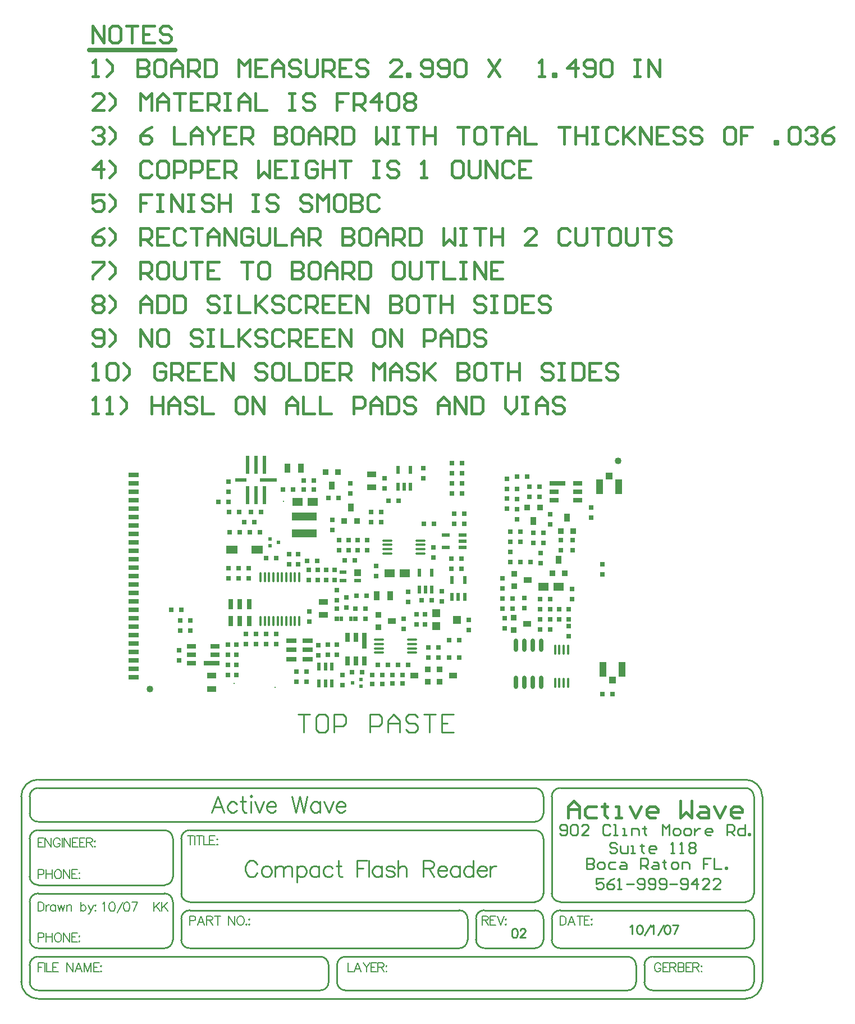
<source format=gtp>
%FSLAX24Y24*%
%MOIN*%
G70*
G01*
G75*
G04 Layer_Color=8421504*
%ADD10C,0.0120*%
%ADD11R,0.0394X0.0197*%
%ADD12R,0.0300X0.0300*%
%ADD13C,0.0400*%
%ADD14R,0.0200X0.0500*%
%ADD15R,0.0591X0.0315*%
%ADD16R,0.0300X0.0300*%
%ADD17R,0.0551X0.0354*%
%ADD18R,0.0354X0.0551*%
%ADD19R,0.0250X0.0550*%
%ADD20R,0.0250X0.0520*%
%ADD21R,0.0250X0.0950*%
%ADD22R,0.0550X0.0250*%
%ADD23R,0.0950X0.0250*%
%ADD24R,0.0600X0.0270*%
%ADD25R,0.0236X0.1100*%
%ADD26R,0.1000X0.0236*%
%ADD27R,0.0700X0.0500*%
%ADD28O,0.0160X0.0600*%
%ADD29R,0.0236X0.0236*%
%ADD30O,0.0160X0.0600*%
%ADD31R,0.0394X0.0394*%
%ADD32R,0.0200X0.0300*%
%ADD33O,0.0240X0.0800*%
%ADD34R,0.0472X0.0472*%
%ADD35R,0.0600X0.0500*%
%ADD36R,0.0360X0.0500*%
%ADD37R,0.0360X0.0360*%
%ADD38R,0.1500X0.0500*%
%ADD39R,0.0394X0.0413*%
%ADD40R,0.0413X0.0866*%
%ADD41R,0.0394X0.0413*%
%ADD42O,0.0600X0.0160*%
%ADD43R,0.0500X0.0200*%
%ADD44R,0.0360X0.0360*%
%ADD45R,0.0500X0.0360*%
%ADD46R,0.0315X0.0591*%
%ADD47R,0.0700X0.0236*%
%ADD48C,0.0120*%
%ADD49C,0.0500*%
%ADD50C,0.0140*%
%ADD51C,0.0100*%
%ADD52C,0.0150*%
%ADD53C,0.0200*%
%ADD54C,0.0080*%
%ADD55C,0.0250*%
%ADD56C,0.0300*%
%ADD57C,0.0090*%
%ADD58C,0.0050*%
%ADD59R,0.0620X0.0620*%
%ADD60C,0.0620*%
%ADD61R,0.0620X0.0620*%
%ADD62C,0.0200*%
%ADD63C,0.0180*%
%ADD64C,0.0400*%
G04:AMPARAMS|DCode=65|XSize=67mil|YSize=67mil|CornerRadius=0mil|HoleSize=0mil|Usage=FLASHONLY|Rotation=0.000|XOffset=0mil|YOffset=0mil|HoleType=Round|Shape=Relief|Width=8mil|Gap=8mil|Entries=4|*
%AMTHD65*
7,0,0,0.0670,0.0510,0.0080,45*
%
%ADD65THD65*%
%ADD66C,0.0750*%
%ADD67C,0.0500*%
G04:AMPARAMS|DCode=68|XSize=42mil|YSize=42mil|CornerRadius=0mil|HoleSize=0mil|Usage=FLASHONLY|Rotation=0.000|XOffset=0mil|YOffset=0mil|HoleType=Round|Shape=Relief|Width=8mil|Gap=8mil|Entries=4|*
%AMTHD68*
7,0,0,0.0420,0.0260,0.0080,45*
%
%ADD68THD68*%
%ADD69C,0.0600*%
G04:AMPARAMS|DCode=70|XSize=52mil|YSize=52mil|CornerRadius=0mil|HoleSize=0mil|Usage=FLASHONLY|Rotation=0.000|XOffset=0mil|YOffset=0mil|HoleType=Round|Shape=Relief|Width=8mil|Gap=8mil|Entries=4|*
%AMTHD70*
7,0,0,0.0520,0.0360,0.0080,45*
%
%ADD70THD70*%
%ADD71R,0.0748X0.0591*%
%ADD72O,0.0140X0.0600*%
%ADD73R,0.0800X0.0600*%
%ADD74O,0.0157X0.0472*%
%ADD75R,0.2500X0.1400*%
%ADD76R,0.2500X0.1500*%
%ADD77R,0.0400X0.0400*%
%ADD78R,0.0800X0.2700*%
%ADD79R,0.0800X0.1600*%
%ADD80C,0.0157*%
%ADD81C,0.0220*%
%ADD82C,0.0060*%
D10*
X4999Y338D02*
D03*
X7413Y88D02*
D03*
X7937Y11152D02*
D03*
X7687Y8738D02*
D03*
D11*
X11466Y6953D02*
D03*
Y6441D02*
D03*
X12332D02*
D03*
D12*
X12250Y5550D02*
D03*
X1250Y4700D02*
D03*
X1850D02*
D03*
X9725Y12364D02*
D03*
X9125D02*
D03*
X8699Y1037D02*
D03*
X9299D02*
D03*
X5986Y10520D02*
D03*
X6586D02*
D03*
X12589Y1007D02*
D03*
X11989D02*
D03*
X5276Y10510D02*
D03*
X4676D02*
D03*
X4066Y11101D02*
D03*
X8505Y11854D02*
D03*
X12169Y7627D02*
D03*
X5913Y9307D02*
D03*
X4666Y11101D02*
D03*
X6513Y9307D02*
D03*
X5313D02*
D03*
X6203Y9907D02*
D03*
X11569Y7627D02*
D03*
X4713Y9307D02*
D03*
X6899Y7757D02*
D03*
X5249Y7169D02*
D03*
X5249Y6569D02*
D03*
X7499Y7757D02*
D03*
X16729Y5257D02*
D03*
X17742Y2907D02*
D03*
X16859Y9789D02*
D03*
X14742Y11167D02*
D03*
X17879Y7147D02*
D03*
X18342Y2907D02*
D03*
X9725Y11854D02*
D03*
X23345Y8667D02*
D03*
X18349Y1887D02*
D03*
X14109Y1447D02*
D03*
X17919Y12817D02*
D03*
X16259Y9789D02*
D03*
X17919Y12217D02*
D03*
X17879Y7747D02*
D03*
X14142Y11167D02*
D03*
X16129Y5257D02*
D03*
X4649Y7169D02*
D03*
X5603Y9907D02*
D03*
X4649Y6569D02*
D03*
X9125Y11854D02*
D03*
X7905D02*
D03*
X23156Y4137D02*
D03*
X23756Y5337D02*
D03*
X20926Y5387D02*
D03*
Y4787D02*
D03*
X22389Y12607D02*
D03*
X23139Y12010D02*
D03*
X13790Y312D02*
D03*
X14990Y832D02*
D03*
X2392Y3487D02*
D03*
X23139Y11407D02*
D03*
X22539D02*
D03*
Y12010D02*
D03*
X21789Y12607D02*
D03*
X23156Y3537D02*
D03*
X23345Y9267D02*
D03*
X22745D02*
D03*
Y8667D02*
D03*
X26846Y-301D02*
D03*
X27445D02*
D03*
X21976Y7547D02*
D03*
X22576D02*
D03*
X23156Y4737D02*
D03*
Y5337D02*
D03*
X21525Y4787D02*
D03*
Y5387D02*
D03*
X17919Y11617D02*
D03*
X23756Y4737D02*
D03*
X18519Y11617D02*
D03*
X23756Y4137D02*
D03*
X18519Y12217D02*
D03*
Y12817D02*
D03*
X23756Y3537D02*
D03*
X17749Y1887D02*
D03*
X14990Y322D02*
D03*
X13509Y1447D02*
D03*
X1792Y3487D02*
D03*
Y4087D02*
D03*
X2392D02*
D03*
X14390Y832D02*
D03*
X13790D02*
D03*
X14390Y322D02*
D03*
X13190Y832D02*
D03*
X13190Y312D02*
D03*
X8700Y450D02*
D03*
X9300D02*
D03*
X18519Y13417D02*
D03*
X17919D02*
D03*
X9939Y7617D02*
D03*
X9339D02*
D03*
X10599Y11339D02*
D03*
X11199D02*
D03*
X18479Y7147D02*
D03*
Y7747D02*
D03*
X12850Y5550D02*
D03*
X15310Y1450D02*
D03*
X14710D02*
D03*
D13*
X27800Y13550D02*
D03*
X0Y0D02*
D03*
D14*
X18299Y5457D02*
D03*
X17929Y6457D02*
D03*
X18679D02*
D03*
Y5457D02*
D03*
X17929D02*
D03*
X16349Y5917D02*
D03*
X15979Y6917D02*
D03*
X16729D02*
D03*
Y5917D02*
D03*
X15979D02*
D03*
X10789Y1327D02*
D03*
X10039Y1327D02*
D03*
X10789Y327D02*
D03*
X10039D02*
D03*
X10419Y1327D02*
D03*
Y327D02*
D03*
X15079Y11997D02*
D03*
X15459Y12997D02*
D03*
X14709D02*
D03*
X15459Y11997D02*
D03*
X14709D02*
D03*
D15*
X9362Y2333D02*
D03*
X8378D02*
D03*
Y2884D02*
D03*
X9362D02*
D03*
Y1782D02*
D03*
X8378D02*
D03*
D16*
X11219Y8227D02*
D03*
Y8827D02*
D03*
X23749Y9787D02*
D03*
Y10387D02*
D03*
X4666Y11701D02*
D03*
X11099Y5887D02*
D03*
X11659Y5437D02*
D03*
X16339Y4447D02*
D03*
X15839D02*
D03*
X12199Y4767D02*
D03*
X10459Y6487D02*
D03*
X10969Y7087D02*
D03*
X11099Y5287D02*
D03*
Y4757D02*
D03*
X10459Y7087D02*
D03*
X9949D02*
D03*
X9419D02*
D03*
X8269Y7997D02*
D03*
Y7397D02*
D03*
X9419Y6487D02*
D03*
X10839Y10037D02*
D03*
X5849Y7169D02*
D03*
X12339Y8827D02*
D03*
X11779D02*
D03*
X12899Y8227D02*
D03*
X12339D02*
D03*
X15339Y5157D02*
D03*
X13139Y9907D02*
D03*
X12799Y4767D02*
D03*
X15339Y5757D02*
D03*
X17319Y5207D02*
D03*
X6298Y3287D02*
D03*
X6898D02*
D03*
X5698D02*
D03*
X7498D02*
D03*
X9469Y4597D02*
D03*
X13139Y10507D02*
D03*
X11889Y11607D02*
D03*
X13939Y12497D02*
D03*
X17319Y5807D02*
D03*
X13939Y11897D02*
D03*
X13739Y10509D02*
D03*
X16229Y12497D02*
D03*
X18649Y9797D02*
D03*
X18049D02*
D03*
X13739Y9909D02*
D03*
X16339Y3847D02*
D03*
X26205Y10787D02*
D03*
X25076Y8837D02*
D03*
X25055Y5937D02*
D03*
X4622Y837D02*
D03*
X1726Y1711D02*
D03*
X16229Y13097D02*
D03*
X16829Y8407D02*
D03*
X13429Y6697D02*
D03*
X5698Y2687D02*
D03*
X18049Y10397D02*
D03*
X11889Y12207D02*
D03*
X6298Y2687D02*
D03*
X6898D02*
D03*
X9469Y3997D02*
D03*
X7498Y2687D02*
D03*
X11779Y8227D02*
D03*
X12899Y8827D02*
D03*
X5849Y6569D02*
D03*
X10839Y9437D02*
D03*
X9949Y6487D02*
D03*
X10969D02*
D03*
X11659Y4837D02*
D03*
X11099Y4157D02*
D03*
X4666Y12301D02*
D03*
X15839Y3847D02*
D03*
X24859Y3137D02*
D03*
X25055Y5337D02*
D03*
X20926Y5987D02*
D03*
X21186Y10717D02*
D03*
X21976Y9347D02*
D03*
X21186Y12487D02*
D03*
X15049Y4157D02*
D03*
X23175Y7467D02*
D03*
X25076Y8237D02*
D03*
X24385D02*
D03*
Y8837D02*
D03*
X21186Y11887D02*
D03*
X21795D02*
D03*
Y11287D02*
D03*
X21795Y10687D02*
D03*
X21186Y11317D02*
D03*
X21795Y10087D02*
D03*
X21376Y9347D02*
D03*
X21976Y8747D02*
D03*
X21376D02*
D03*
Y8147D02*
D03*
X26205Y10187D02*
D03*
X21376Y7547D02*
D03*
X20926Y6587D02*
D03*
X22225Y5397D02*
D03*
Y4797D02*
D03*
X18939Y4100D02*
D03*
X24299Y4747D02*
D03*
X24859D02*
D03*
X24299Y4147D02*
D03*
X24859D02*
D03*
Y3737D02*
D03*
X21049Y4196D02*
D03*
Y3596D02*
D03*
X23175Y8067D02*
D03*
X17139Y2487D02*
D03*
X16539Y1887D02*
D03*
X17139D02*
D03*
X10003Y2016D02*
D03*
X11419Y837D02*
D03*
X10003Y2616D02*
D03*
X15049Y3557D02*
D03*
X11419Y237D02*
D03*
X12799Y4167D02*
D03*
X12199D02*
D03*
X16539Y2487D02*
D03*
X1726Y2311D02*
D03*
X4622Y1437D02*
D03*
Y2637D02*
D03*
Y2037D02*
D03*
X18939Y3500D02*
D03*
X5122Y1437D02*
D03*
Y837D02*
D03*
Y2637D02*
D03*
Y2037D02*
D03*
X11079Y2029D02*
D03*
Y2629D02*
D03*
X10559Y2029D02*
D03*
Y2629D02*
D03*
X8779Y7997D02*
D03*
Y7397D02*
D03*
X26850Y6800D02*
D03*
Y7400D02*
D03*
X18649Y10397D02*
D03*
X13429Y7297D02*
D03*
X16829Y7807D02*
D03*
D17*
X3650Y6D02*
D03*
Y794D02*
D03*
X13150Y12744D02*
D03*
Y11956D02*
D03*
X10299Y5181D02*
D03*
Y4394D02*
D03*
D18*
X8156Y13100D02*
D03*
X8944D02*
D03*
X14244Y5550D02*
D03*
X13456D02*
D03*
D19*
X12219Y3062D02*
D03*
Y1662D02*
D03*
X12719D02*
D03*
X11719Y3062D02*
D03*
D20*
X11719Y1662D02*
D03*
D21*
X12719Y2862D02*
D03*
D22*
X3849Y2037D02*
D03*
X2449Y2537D02*
D03*
Y2037D02*
D03*
Y1537D02*
D03*
X3849Y2537D02*
D03*
X23979Y11197D02*
D03*
X25379Y12197D02*
D03*
Y11697D02*
D03*
Y11197D02*
D03*
X23979Y11697D02*
D03*
D23*
X3649Y1537D02*
D03*
X24179Y12197D02*
D03*
D24*
X-984Y12701D02*
D03*
Y12201D02*
D03*
Y11701D02*
D03*
Y11201D02*
D03*
Y10701D02*
D03*
Y10201D02*
D03*
Y9701D02*
D03*
Y9201D02*
D03*
Y8701D02*
D03*
Y8201D02*
D03*
Y7701D02*
D03*
Y7201D02*
D03*
Y6701D02*
D03*
Y6201D02*
D03*
Y5701D02*
D03*
Y5201D02*
D03*
Y4701D02*
D03*
Y4201D02*
D03*
Y3701D02*
D03*
Y3201D02*
D03*
Y2701D02*
D03*
Y2201D02*
D03*
Y1701D02*
D03*
Y1201D02*
D03*
X-984Y701D02*
D03*
D25*
X6800Y13302D02*
D03*
X6300D02*
D03*
Y11499D02*
D03*
X5800D02*
D03*
X6800D02*
D03*
X5800Y13302D02*
D03*
D26*
X7039Y12397D02*
D03*
D27*
X4873Y8287D02*
D03*
X6373D02*
D03*
D28*
X7579Y4039D02*
D03*
X8859Y4039D02*
D03*
X8603Y4039D02*
D03*
X8347D02*
D03*
X8091D02*
D03*
X7835D02*
D03*
X7323D02*
D03*
X7067D02*
D03*
X6811D02*
D03*
X8603Y6637D02*
D03*
X7579D02*
D03*
X7323D02*
D03*
X8859D02*
D03*
X8091D02*
D03*
X7835D02*
D03*
X7067D02*
D03*
X6556Y4039D02*
D03*
Y6637D02*
D03*
X6811D02*
D03*
X8347D02*
D03*
D29*
X7641Y8714D02*
D03*
X7129Y8517D02*
D03*
Y8911D02*
D03*
X12018Y360D02*
D03*
X12530Y164D02*
D03*
Y557D02*
D03*
D30*
X24563Y2347D02*
D03*
X24819D02*
D03*
X24051Y378D02*
D03*
Y2347D02*
D03*
X24307Y378D02*
D03*
Y2347D02*
D03*
X24819Y378D02*
D03*
X24563D02*
D03*
D31*
X12332Y6894D02*
D03*
D32*
X11939Y4167D02*
D03*
X11359D02*
D03*
D33*
X22709Y417D02*
D03*
X21709D02*
D03*
X22209Y2617D02*
D03*
X22709D02*
D03*
X23209D02*
D03*
Y417D02*
D03*
X22209D02*
D03*
X21709Y2617D02*
D03*
D34*
X16989Y3724D02*
D03*
X18209Y4117D02*
D03*
X16989Y4511D02*
D03*
D35*
X23356Y6087D02*
D03*
X24255D02*
D03*
X9649Y11117D02*
D03*
X8749D02*
D03*
X14239Y6857D02*
D03*
X15139D02*
D03*
D36*
X24255Y7677D02*
D03*
X10789Y12059D02*
D03*
X24766Y10177D02*
D03*
X11909Y10767D02*
D03*
X22766Y9967D02*
D03*
D37*
X23876Y6877D02*
D03*
X24625D02*
D03*
X11169Y12859D02*
D03*
X10419D02*
D03*
X24385Y9377D02*
D03*
X25136D02*
D03*
X12279Y9967D02*
D03*
X11529D02*
D03*
X23145Y10767D02*
D03*
X22396D02*
D03*
D38*
X9150Y9250D02*
D03*
Y10250D02*
D03*
D39*
X27250Y12630D02*
D03*
D40*
X27821Y12000D02*
D03*
X26679D02*
D03*
X28016Y1178D02*
D03*
X26875D02*
D03*
D41*
X27445Y549D02*
D03*
D42*
X13600Y2925D02*
D03*
X14080Y8815D02*
D03*
X16049D02*
D03*
X15569Y2925D02*
D03*
X13600Y2157D02*
D03*
X16049Y8559D02*
D03*
Y8303D02*
D03*
X14080Y8559D02*
D03*
Y8303D02*
D03*
X16049Y8047D02*
D03*
X15569Y2157D02*
D03*
Y2669D02*
D03*
Y2413D02*
D03*
X13600Y2669D02*
D03*
Y2413D02*
D03*
X14080Y8047D02*
D03*
D43*
X18559Y8397D02*
D03*
Y9147D02*
D03*
X17559D02*
D03*
X18559Y8767D02*
D03*
X17559Y8397D02*
D03*
D44*
X21576Y3497D02*
D03*
X16490Y1182D02*
D03*
X17199Y427D02*
D03*
X21625Y6847D02*
D03*
Y6097D02*
D03*
X21576Y4247D02*
D03*
X17199Y1177D02*
D03*
X13549Y3657D02*
D03*
Y4407D02*
D03*
X16490Y432D02*
D03*
D45*
X14349Y4027D02*
D03*
X22425Y6467D02*
D03*
X22376Y3867D02*
D03*
X17999Y797D02*
D03*
X15690Y812D02*
D03*
D46*
X5327Y5024D02*
D03*
Y4040D02*
D03*
X5878Y5024D02*
D03*
Y4040D02*
D03*
X4776Y5024D02*
D03*
Y4040D02*
D03*
D47*
X5378Y12397D02*
D03*
D51*
X8779Y-1491D02*
X9490D01*
X9134D01*
Y-2557D01*
X10378Y-1491D02*
X10023D01*
X9845Y-1669D01*
Y-2379D01*
X10023Y-2557D01*
X10378D01*
X10556Y-2379D01*
Y-1669D01*
X10378Y-1491D01*
X10912Y-2557D02*
Y-1491D01*
X11445D01*
X11622Y-1669D01*
Y-2024D01*
X11445Y-2202D01*
X10912D01*
X13044Y-2557D02*
Y-1491D01*
X13577D01*
X13755Y-1669D01*
Y-2024D01*
X13577Y-2202D01*
X13044D01*
X14110Y-2557D02*
Y-1846D01*
X14466Y-1491D01*
X14821Y-1846D01*
Y-2557D01*
Y-2024D01*
X14110D01*
X15888Y-1669D02*
X15710Y-1491D01*
X15355D01*
X15177Y-1669D01*
Y-1846D01*
X15355Y-2024D01*
X15710D01*
X15888Y-2202D01*
Y-2379D01*
X15710Y-2557D01*
X15355D01*
X15177Y-2379D01*
X16243Y-1491D02*
X16954D01*
X16599D01*
Y-2557D01*
X18020Y-1491D02*
X17309D01*
Y-2557D01*
X18020D01*
X17309Y-2024D02*
X17665D01*
X35851Y-13606D02*
G03*
X35361Y-13116I-490J0D01*
G01*
X24351D02*
G03*
X23851Y-13616I0J-500D01*
G01*
X35351Y-12616D02*
G03*
X35851Y-12116I0J500D01*
G01*
X23851D02*
G03*
X24351Y-12616I500J0D01*
G01*
X-6649Y-5366D02*
G03*
X-7649Y-6366I0J-1000D01*
G01*
Y-17356D02*
G03*
X-6656Y-18366I1010J0D01*
G01*
X35351Y-18366D02*
G03*
X36351Y-17366I0J1000D01*
G01*
Y-6366D02*
G03*
X35351Y-5366I-1000J0D01*
G01*
X35851Y-6356D02*
G03*
X35344Y-5866I-490J0D01*
G01*
X35351Y-15366D02*
G03*
X35851Y-14866I0J500D01*
G01*
X35851Y-16357D02*
G03*
X35351Y-15866I-500J-9D01*
G01*
Y-17866D02*
G03*
X35851Y-17366I0J500D01*
G01*
X22851Y-15366D02*
G03*
X23351Y-14866I0J500D01*
G01*
X23851Y-14876D02*
G03*
X24350Y-15366I490J0D01*
G01*
X23351Y-13606D02*
G03*
X22861Y-13116I-490J0D01*
G01*
X-7149Y-17366D02*
G03*
X-6658Y-17866I500J0D01*
G01*
X22860Y-12616D02*
G03*
X23351Y-12116I-9J500D01*
G01*
X-6649Y-15866D02*
G03*
X-7149Y-16366I0J-500D01*
G01*
X23351Y-8866D02*
G03*
X22851Y-8366I-500J0D01*
G01*
Y-7866D02*
G03*
X23351Y-7366I0J500D01*
G01*
X24351Y-5866D02*
G03*
X23851Y-6366I0J-500D01*
G01*
X23351D02*
G03*
X22851Y-5866I-500J0D01*
G01*
X-6649D02*
G03*
X-7149Y-6366I0J-500D01*
G01*
Y-7366D02*
G03*
X-6649Y-7866I500J0D01*
G01*
Y-8366D02*
G03*
X-7149Y-8866I0J-500D01*
G01*
Y-11116D02*
G03*
X-6649Y-11616I500J0D01*
G01*
Y-12116D02*
G03*
X-7149Y-12616I0J-500D01*
G01*
Y-14866D02*
G03*
X-6658Y-15366I500J0D01*
G01*
X2351Y-8366D02*
G03*
X1851Y-8866I0J-500D01*
G01*
X2351Y-13116D02*
G03*
X1851Y-13616I0J-500D01*
G01*
X19831Y-13116D02*
G03*
X19352Y-13621I0J-480D01*
G01*
X19351Y-14856D02*
G03*
X19852Y-15366I510J0D01*
G01*
X18361Y-15366D02*
G03*
X18851Y-14867I0J490D01*
G01*
X18851Y-13606D02*
G03*
X18361Y-13116I-490J0D01*
G01*
X861Y-15366D02*
G03*
X1351Y-14876I0J490D01*
G01*
X1851D02*
G03*
X2341Y-15366I490J0D01*
G01*
X1851Y-12126D02*
G03*
X2341Y-12616I490J0D01*
G01*
X1351Y-12606D02*
G03*
X844Y-12116I-490J0D01*
G01*
X871Y-11616D02*
G03*
X1351Y-11136I0J480D01*
G01*
Y-8856D02*
G03*
X861Y-8366I-490J0D01*
G01*
X29851Y-15866D02*
G03*
X29351Y-16366I0J-500D01*
G01*
Y-17376D02*
G03*
X29850Y-17866I490J0D01*
G01*
X28363Y-17866D02*
G03*
X28851Y-17369I8J480D01*
G01*
X28851Y-16366D02*
G03*
X28351Y-15866I-500J0D01*
G01*
X11101Y-17366D02*
G03*
X11592Y-17866I500J0D01*
G01*
X11601Y-15866D02*
G03*
X11101Y-16366I0J-500D01*
G01*
X10113Y-17866D02*
G03*
X10601Y-17369I8J480D01*
G01*
X10601Y-16366D02*
G03*
X10101Y-15866I-500J0D01*
G01*
X35851Y-14866D02*
Y-13606D01*
X23851Y-14866D02*
Y-13616D01*
X35851Y-12116D02*
Y-6366D01*
X23851Y-12116D02*
Y-6366D01*
X-7649Y-17366D02*
Y-6366D01*
X-7149Y-17366D02*
Y-16366D01*
X35851Y-17366D02*
Y-16366D01*
X23351Y-14866D02*
Y-13616D01*
X19351Y-14866D02*
Y-13616D01*
X1851Y-14866D02*
Y-13616D01*
X18851Y-14866D02*
Y-13616D01*
X1851Y-12116D02*
Y-8866D01*
X23351Y-12116D02*
Y-8866D01*
Y-7366D02*
Y-6366D01*
X-7149Y-7366D02*
Y-6366D01*
X1351Y-11116D02*
Y-8866D01*
X-7149Y-11116D02*
Y-8866D01*
X1351Y-14866D02*
Y-12616D01*
X-7149Y-14866D02*
Y-12616D01*
X36351Y-17366D02*
Y-6366D01*
X29351Y-17366D02*
Y-16366D01*
X28851Y-17366D02*
Y-16366D01*
X11101Y-17366D02*
Y-16366D01*
X10601Y-17366D02*
Y-16366D01*
X24351Y-13116D02*
X35351D01*
X24351Y-12616D02*
X35351D01*
X2351D02*
X22851D01*
X24351Y-5866D02*
X35351D01*
X24351Y-15366D02*
X35351D01*
X19851Y-13116D02*
X22851D01*
X19851Y-15366D02*
X22851D01*
X2351D02*
X18351D01*
X2351Y-13116D02*
X18351D01*
X2351Y-8366D02*
X22851D01*
X-6649Y-7866D02*
X22851D01*
X-6649Y-8366D02*
X851D01*
X-6649Y-11616D02*
X851D01*
X-6649Y-12116D02*
X851D01*
X-6649Y-15366D02*
X851D01*
X-6649Y-5366D02*
X35351D01*
X-6649Y-18366D02*
X35351D01*
X-6649Y-5866D02*
X22851D01*
X29851Y-15866D02*
X35351D01*
X29851Y-17866D02*
X35351D01*
X11601Y-15866D02*
X28351D01*
X-6649D02*
X10101D01*
X-6649Y-17866D02*
X10101D01*
X11601D02*
X28351D01*
X27710Y-9190D02*
X27604Y-9084D01*
X27391D01*
X27284Y-9190D01*
Y-9297D01*
X27391Y-9404D01*
X27604D01*
X27710Y-9510D01*
Y-9617D01*
X27604Y-9723D01*
X27391D01*
X27284Y-9617D01*
X27924Y-9297D02*
Y-9617D01*
X28030Y-9723D01*
X28350D01*
Y-9297D01*
X28564Y-9723D02*
X28777D01*
X28670D01*
Y-9297D01*
X28564D01*
X29203Y-9190D02*
Y-9297D01*
X29097D01*
X29310D01*
X29203D01*
Y-9617D01*
X29310Y-9723D01*
X29950D02*
X29737D01*
X29630Y-9617D01*
Y-9404D01*
X29737Y-9297D01*
X29950D01*
X30056Y-9404D01*
Y-9510D01*
X29630D01*
X30909Y-9723D02*
X31123D01*
X31016D01*
Y-9084D01*
X30909Y-9190D01*
X31443Y-9723D02*
X31656D01*
X31549D01*
Y-9084D01*
X31443Y-9190D01*
X31976D02*
X32082Y-9084D01*
X32296D01*
X32402Y-9190D01*
Y-9297D01*
X32296Y-9404D01*
X32402Y-9510D01*
Y-9617D01*
X32296Y-9723D01*
X32082D01*
X31976Y-9617D01*
Y-9510D01*
X32082Y-9404D01*
X31976Y-9297D01*
Y-9190D01*
X32082Y-9404D02*
X32296D01*
X26911Y-11234D02*
X26484D01*
Y-11554D01*
X26697Y-11447D01*
X26804D01*
X26911Y-11554D01*
Y-11767D01*
X26804Y-11873D01*
X26591D01*
X26484Y-11767D01*
X27550Y-11234D02*
X27337Y-11340D01*
X27124Y-11554D01*
Y-11767D01*
X27230Y-11873D01*
X27444D01*
X27550Y-11767D01*
Y-11660D01*
X27444Y-11554D01*
X27124D01*
X27764Y-11873D02*
X27977D01*
X27870D01*
Y-11234D01*
X27764Y-11340D01*
X28297Y-11554D02*
X28723D01*
X28937Y-11767D02*
X29043Y-11873D01*
X29256D01*
X29363Y-11767D01*
Y-11340D01*
X29256Y-11234D01*
X29043D01*
X28937Y-11340D01*
Y-11447D01*
X29043Y-11554D01*
X29363D01*
X29576Y-11767D02*
X29683Y-11873D01*
X29896D01*
X30003Y-11767D01*
Y-11340D01*
X29896Y-11234D01*
X29683D01*
X29576Y-11340D01*
Y-11447D01*
X29683Y-11554D01*
X30003D01*
X30216Y-11767D02*
X30323Y-11873D01*
X30536D01*
X30643Y-11767D01*
Y-11340D01*
X30536Y-11234D01*
X30323D01*
X30216Y-11340D01*
Y-11447D01*
X30323Y-11554D01*
X30643D01*
X30856D02*
X31282D01*
X31496Y-11767D02*
X31602Y-11873D01*
X31816D01*
X31922Y-11767D01*
Y-11340D01*
X31816Y-11234D01*
X31602D01*
X31496Y-11340D01*
Y-11447D01*
X31602Y-11554D01*
X31922D01*
X32455Y-11873D02*
Y-11234D01*
X32135Y-11554D01*
X32562D01*
X33202Y-11873D02*
X32775D01*
X33202Y-11447D01*
Y-11340D01*
X33095Y-11234D01*
X32882D01*
X32775Y-11340D01*
X33842Y-11873D02*
X33415D01*
X33842Y-11447D01*
Y-11340D01*
X33735Y-11234D01*
X33522D01*
X33415Y-11340D01*
X24334Y-8567D02*
X24441Y-8673D01*
X24654D01*
X24760Y-8567D01*
Y-8140D01*
X24654Y-8034D01*
X24441D01*
X24334Y-8140D01*
Y-8247D01*
X24441Y-8354D01*
X24760D01*
X24974Y-8140D02*
X25080Y-8034D01*
X25294D01*
X25400Y-8140D01*
Y-8567D01*
X25294Y-8673D01*
X25080D01*
X24974Y-8567D01*
Y-8140D01*
X26040Y-8673D02*
X25614D01*
X26040Y-8247D01*
Y-8140D01*
X25933Y-8034D01*
X25720D01*
X25614Y-8140D01*
X27320D02*
X27213Y-8034D01*
X27000D01*
X26893Y-8140D01*
Y-8567D01*
X27000Y-8673D01*
X27213D01*
X27320Y-8567D01*
X27533Y-8673D02*
X27746D01*
X27640D01*
Y-8034D01*
X27533D01*
X28066Y-8673D02*
X28279D01*
X28173D01*
Y-8247D01*
X28066D01*
X28599Y-8673D02*
Y-8247D01*
X28919D01*
X29026Y-8354D01*
Y-8673D01*
X29346Y-8140D02*
Y-8247D01*
X29239D01*
X29452D01*
X29346D01*
Y-8567D01*
X29452Y-8673D01*
X30412D02*
Y-8034D01*
X30625Y-8247D01*
X30839Y-8034D01*
Y-8673D01*
X31158D02*
X31372D01*
X31478Y-8567D01*
Y-8354D01*
X31372Y-8247D01*
X31158D01*
X31052Y-8354D01*
Y-8567D01*
X31158Y-8673D01*
X31798D02*
X32011D01*
X32118Y-8567D01*
Y-8354D01*
X32011Y-8247D01*
X31798D01*
X31692Y-8354D01*
Y-8567D01*
X31798Y-8673D01*
X32331Y-8247D02*
Y-8673D01*
Y-8460D01*
X32438Y-8354D01*
X32545Y-8247D01*
X32651D01*
X33291Y-8673D02*
X33078D01*
X32971Y-8567D01*
Y-8354D01*
X33078Y-8247D01*
X33291D01*
X33398Y-8354D01*
Y-8460D01*
X32971D01*
X34251Y-8673D02*
Y-8034D01*
X34571D01*
X34677Y-8140D01*
Y-8354D01*
X34571Y-8460D01*
X34251D01*
X34464D02*
X34677Y-8673D01*
X35317Y-8034D02*
Y-8673D01*
X34997D01*
X34891Y-8567D01*
Y-8354D01*
X34997Y-8247D01*
X35317D01*
X35530Y-8673D02*
Y-8567D01*
X35637D01*
Y-8673D01*
X35530D01*
X25934Y-10034D02*
Y-10673D01*
X26254D01*
X26360Y-10567D01*
Y-10460D01*
X26254Y-10354D01*
X25934D01*
X26254D01*
X26360Y-10247D01*
Y-10140D01*
X26254Y-10034D01*
X25934D01*
X26680Y-10673D02*
X26894D01*
X27000Y-10567D01*
Y-10354D01*
X26894Y-10247D01*
X26680D01*
X26574Y-10354D01*
Y-10567D01*
X26680Y-10673D01*
X27640Y-10247D02*
X27320D01*
X27214Y-10354D01*
Y-10567D01*
X27320Y-10673D01*
X27640D01*
X27960Y-10247D02*
X28173D01*
X28280Y-10354D01*
Y-10673D01*
X27960D01*
X27853Y-10567D01*
X27960Y-10460D01*
X28280D01*
X29133Y-10673D02*
Y-10034D01*
X29453D01*
X29559Y-10140D01*
Y-10354D01*
X29453Y-10460D01*
X29133D01*
X29346D02*
X29559Y-10673D01*
X29879Y-10247D02*
X30093D01*
X30199Y-10354D01*
Y-10673D01*
X29879D01*
X29773Y-10567D01*
X29879Y-10460D01*
X30199D01*
X30519Y-10140D02*
Y-10247D01*
X30413D01*
X30626D01*
X30519D01*
Y-10567D01*
X30626Y-10673D01*
X31052D02*
X31266D01*
X31372Y-10567D01*
Y-10354D01*
X31266Y-10247D01*
X31052D01*
X30946Y-10354D01*
Y-10567D01*
X31052Y-10673D01*
X31585D02*
Y-10247D01*
X31905D01*
X32012Y-10354D01*
Y-10673D01*
X33292Y-10034D02*
X32865D01*
Y-10354D01*
X33078D01*
X32865D01*
Y-10673D01*
X33505Y-10034D02*
Y-10673D01*
X33931D01*
X34145D02*
Y-10567D01*
X34251D01*
Y-10673D01*
X34145D01*
D52*
X24834Y-7623D02*
Y-6957D01*
X25167Y-6624D01*
X25500Y-6957D01*
Y-7623D01*
Y-7124D01*
X24834D01*
X26500Y-6957D02*
X26000D01*
X25834Y-7124D01*
Y-7457D01*
X26000Y-7623D01*
X26500D01*
X27000Y-6790D02*
Y-6957D01*
X26833D01*
X27167D01*
X27000D01*
Y-7457D01*
X27167Y-7623D01*
X27666D02*
X28000D01*
X27833D01*
Y-6957D01*
X27666D01*
X28499D02*
X28833Y-7623D01*
X29166Y-6957D01*
X29999Y-7623D02*
X29666D01*
X29499Y-7457D01*
Y-7124D01*
X29666Y-6957D01*
X29999D01*
X30166Y-7124D01*
Y-7290D01*
X29499D01*
X31498Y-6624D02*
Y-7623D01*
X31832Y-7290D01*
X32165Y-7623D01*
Y-6624D01*
X32665Y-6957D02*
X32998D01*
X33165Y-7124D01*
Y-7623D01*
X32665D01*
X32498Y-7457D01*
X32665Y-7290D01*
X33165D01*
X33498Y-6957D02*
X33831Y-7623D01*
X34164Y-6957D01*
X34997Y-7623D02*
X34664D01*
X34498Y-7457D01*
Y-7124D01*
X34664Y-6957D01*
X34997D01*
X35164Y-7124D01*
Y-7290D01*
X34498D01*
X-3394Y16348D02*
X-3060D01*
X-3227D01*
Y17348D01*
X-3394Y17181D01*
X-2561Y16348D02*
X-2227D01*
X-2394D01*
Y17348D01*
X-2561Y17181D01*
X-1728Y16348D02*
X-1394Y16681D01*
Y17014D01*
X-1728Y17348D01*
X105D02*
Y16348D01*
Y16848D01*
X772D01*
Y17348D01*
Y16348D01*
X1105D02*
Y17014D01*
X1438Y17348D01*
X1771Y17014D01*
Y16348D01*
Y16848D01*
X1105D01*
X2771Y17181D02*
X2604Y17348D01*
X2271D01*
X2105Y17181D01*
Y17014D01*
X2271Y16848D01*
X2604D01*
X2771Y16681D01*
Y16515D01*
X2604Y16348D01*
X2271D01*
X2105Y16515D01*
X3104Y17348D02*
Y16348D01*
X3771D01*
X5603Y17348D02*
X5270D01*
X5104Y17181D01*
Y16515D01*
X5270Y16348D01*
X5603D01*
X5770Y16515D01*
Y17181D01*
X5603Y17348D01*
X6103Y16348D02*
Y17348D01*
X6770Y16348D01*
Y17348D01*
X8103Y16348D02*
Y17014D01*
X8436Y17348D01*
X8769Y17014D01*
Y16348D01*
Y16848D01*
X8103D01*
X9102Y17348D02*
Y16348D01*
X9769D01*
X10102Y17348D02*
Y16348D01*
X10768D01*
X12101D02*
Y17348D01*
X12601D01*
X12768Y17181D01*
Y16848D01*
X12601Y16681D01*
X12101D01*
X13101Y16348D02*
Y17014D01*
X13434Y17348D01*
X13767Y17014D01*
Y16348D01*
Y16848D01*
X13101D01*
X14101Y17348D02*
Y16348D01*
X14601D01*
X14767Y16515D01*
Y17181D01*
X14601Y17348D01*
X14101D01*
X15767Y17181D02*
X15600Y17348D01*
X15267D01*
X15100Y17181D01*
Y17014D01*
X15267Y16848D01*
X15600D01*
X15767Y16681D01*
Y16515D01*
X15600Y16348D01*
X15267D01*
X15100Y16515D01*
X17100Y16348D02*
Y17014D01*
X17433Y17348D01*
X17766Y17014D01*
Y16348D01*
Y16848D01*
X17100D01*
X18099Y16348D02*
Y17348D01*
X18766Y16348D01*
Y17348D01*
X19099D02*
Y16348D01*
X19599D01*
X19766Y16515D01*
Y17181D01*
X19599Y17348D01*
X19099D01*
X21098D02*
Y16681D01*
X21432Y16348D01*
X21765Y16681D01*
Y17348D01*
X22098D02*
X22431D01*
X22265D01*
Y16348D01*
X22098D01*
X22431D01*
X22931D02*
Y17014D01*
X23264Y17348D01*
X23598Y17014D01*
Y16348D01*
Y16848D01*
X22931D01*
X24597Y17181D02*
X24431Y17348D01*
X24097D01*
X23931Y17181D01*
Y17014D01*
X24097Y16848D01*
X24431D01*
X24597Y16681D01*
Y16515D01*
X24431Y16348D01*
X24097D01*
X23931Y16515D01*
X-2727Y34348D02*
X-3394D01*
X-2727Y35014D01*
Y35181D01*
X-2894Y35348D01*
X-3227D01*
X-3394Y35181D01*
X-2394Y34348D02*
X-2061Y34681D01*
Y35014D01*
X-2394Y35348D01*
X-561Y34348D02*
Y35348D01*
X-228Y35014D01*
X105Y35348D01*
Y34348D01*
X438D02*
Y35014D01*
X772Y35348D01*
X1105Y35014D01*
Y34348D01*
Y34848D01*
X438D01*
X1438Y35348D02*
X2105D01*
X1771D01*
Y34348D01*
X3104Y35348D02*
X2438D01*
Y34348D01*
X3104D01*
X2438Y34848D02*
X2771D01*
X3437Y34348D02*
Y35348D01*
X3937D01*
X4104Y35181D01*
Y34848D01*
X3937Y34681D01*
X3437D01*
X3771D02*
X4104Y34348D01*
X4437Y35348D02*
X4770D01*
X4604D01*
Y34348D01*
X4437D01*
X4770D01*
X5270D02*
Y35014D01*
X5603Y35348D01*
X5937Y35014D01*
Y34348D01*
Y34848D01*
X5270D01*
X6270Y35348D02*
Y34348D01*
X6936D01*
X8269Y35348D02*
X8602D01*
X8436D01*
Y34348D01*
X8269D01*
X8602D01*
X9769Y35181D02*
X9602Y35348D01*
X9269D01*
X9102Y35181D01*
Y35014D01*
X9269Y34848D01*
X9602D01*
X9769Y34681D01*
Y34515D01*
X9602Y34348D01*
X9269D01*
X9102Y34515D01*
X11768Y35348D02*
X11102D01*
Y34848D01*
X11435D01*
X11102D01*
Y34348D01*
X12101D02*
Y35348D01*
X12601D01*
X12768Y35181D01*
Y34848D01*
X12601Y34681D01*
X12101D01*
X12435D02*
X12768Y34348D01*
X13601D02*
Y35348D01*
X13101Y34848D01*
X13767D01*
X14101Y35181D02*
X14267Y35348D01*
X14601D01*
X14767Y35181D01*
Y34515D01*
X14601Y34348D01*
X14267D01*
X14101Y34515D01*
Y35181D01*
X15100D02*
X15267Y35348D01*
X15600D01*
X15767Y35181D01*
Y35014D01*
X15600Y34848D01*
X15767Y34681D01*
Y34515D01*
X15600Y34348D01*
X15267D01*
X15100Y34515D01*
Y34681D01*
X15267Y34848D01*
X15100Y35014D01*
Y35181D01*
X15267Y34848D02*
X15600D01*
X-3394Y20515D02*
X-3227Y20348D01*
X-2894D01*
X-2727Y20515D01*
Y21181D01*
X-2894Y21348D01*
X-3227D01*
X-3394Y21181D01*
Y21014D01*
X-3227Y20848D01*
X-2727D01*
X-2394Y20348D02*
X-2061Y20681D01*
Y21014D01*
X-2394Y21348D01*
X-561Y20348D02*
Y21348D01*
X105Y20348D01*
Y21348D01*
X938D02*
X605D01*
X438Y21181D01*
Y20515D01*
X605Y20348D01*
X938D01*
X1105Y20515D01*
Y21181D01*
X938Y21348D01*
X3104Y21181D02*
X2938Y21348D01*
X2604D01*
X2438Y21181D01*
Y21014D01*
X2604Y20848D01*
X2938D01*
X3104Y20681D01*
Y20515D01*
X2938Y20348D01*
X2604D01*
X2438Y20515D01*
X3437Y21348D02*
X3771D01*
X3604D01*
Y20348D01*
X3437D01*
X3771D01*
X4271Y21348D02*
Y20348D01*
X4937D01*
X5270Y21348D02*
Y20348D01*
Y20681D01*
X5937Y21348D01*
X5437Y20848D01*
X5937Y20348D01*
X6936Y21181D02*
X6770Y21348D01*
X6436D01*
X6270Y21181D01*
Y21014D01*
X6436Y20848D01*
X6770D01*
X6936Y20681D01*
Y20515D01*
X6770Y20348D01*
X6436D01*
X6270Y20515D01*
X7936Y21181D02*
X7769Y21348D01*
X7436D01*
X7270Y21181D01*
Y20515D01*
X7436Y20348D01*
X7769D01*
X7936Y20515D01*
X8269Y20348D02*
Y21348D01*
X8769D01*
X8936Y21181D01*
Y20848D01*
X8769Y20681D01*
X8269D01*
X8602D02*
X8936Y20348D01*
X9935Y21348D02*
X9269D01*
Y20348D01*
X9935D01*
X9269Y20848D02*
X9602D01*
X10935Y21348D02*
X10269D01*
Y20348D01*
X10935D01*
X10269Y20848D02*
X10602D01*
X11268Y20348D02*
Y21348D01*
X11935Y20348D01*
Y21348D01*
X13767D02*
X13434D01*
X13268Y21181D01*
Y20515D01*
X13434Y20348D01*
X13767D01*
X13934Y20515D01*
Y21181D01*
X13767Y21348D01*
X14267Y20348D02*
Y21348D01*
X14934Y20348D01*
Y21348D01*
X16267Y20348D02*
Y21348D01*
X16766D01*
X16933Y21181D01*
Y20848D01*
X16766Y20681D01*
X16267D01*
X17266Y20348D02*
Y21014D01*
X17600Y21348D01*
X17933Y21014D01*
Y20348D01*
Y20848D01*
X17266D01*
X18266Y21348D02*
Y20348D01*
X18766D01*
X18932Y20515D01*
Y21181D01*
X18766Y21348D01*
X18266D01*
X19932Y21181D02*
X19766Y21348D01*
X19432D01*
X19266Y21181D01*
Y21014D01*
X19432Y20848D01*
X19766D01*
X19932Y20681D01*
Y20515D01*
X19766Y20348D01*
X19432D01*
X19266Y20515D01*
X-3394Y23181D02*
X-3227Y23348D01*
X-2894D01*
X-2727Y23181D01*
Y23014D01*
X-2894Y22848D01*
X-2727Y22681D01*
Y22515D01*
X-2894Y22348D01*
X-3227D01*
X-3394Y22515D01*
Y22681D01*
X-3227Y22848D01*
X-3394Y23014D01*
Y23181D01*
X-3227Y22848D02*
X-2894D01*
X-2394Y22348D02*
X-2061Y22681D01*
Y23014D01*
X-2394Y23348D01*
X-561Y22348D02*
Y23014D01*
X-228Y23348D01*
X105Y23014D01*
Y22348D01*
Y22848D01*
X-561D01*
X438Y23348D02*
Y22348D01*
X938D01*
X1105Y22515D01*
Y23181D01*
X938Y23348D01*
X438D01*
X1438D02*
Y22348D01*
X1938D01*
X2105Y22515D01*
Y23181D01*
X1938Y23348D01*
X1438D01*
X4104Y23181D02*
X3937Y23348D01*
X3604D01*
X3437Y23181D01*
Y23014D01*
X3604Y22848D01*
X3937D01*
X4104Y22681D01*
Y22515D01*
X3937Y22348D01*
X3604D01*
X3437Y22515D01*
X4437Y23348D02*
X4770D01*
X4604D01*
Y22348D01*
X4437D01*
X4770D01*
X5270Y23348D02*
Y22348D01*
X5937D01*
X6270Y23348D02*
Y22348D01*
Y22681D01*
X6936Y23348D01*
X6436Y22848D01*
X6936Y22348D01*
X7936Y23181D02*
X7769Y23348D01*
X7436D01*
X7270Y23181D01*
Y23014D01*
X7436Y22848D01*
X7769D01*
X7936Y22681D01*
Y22515D01*
X7769Y22348D01*
X7436D01*
X7270Y22515D01*
X8936Y23181D02*
X8769Y23348D01*
X8436D01*
X8269Y23181D01*
Y22515D01*
X8436Y22348D01*
X8769D01*
X8936Y22515D01*
X9269Y22348D02*
Y23348D01*
X9769D01*
X9935Y23181D01*
Y22848D01*
X9769Y22681D01*
X9269D01*
X9602D02*
X9935Y22348D01*
X10935Y23348D02*
X10269D01*
Y22348D01*
X10935D01*
X10269Y22848D02*
X10602D01*
X11935Y23348D02*
X11268D01*
Y22348D01*
X11935D01*
X11268Y22848D02*
X11601D01*
X12268Y22348D02*
Y23348D01*
X12934Y22348D01*
Y23348D01*
X14267D02*
Y22348D01*
X14767D01*
X14934Y22515D01*
Y22681D01*
X14767Y22848D01*
X14267D01*
X14767D01*
X14934Y23014D01*
Y23181D01*
X14767Y23348D01*
X14267D01*
X15767D02*
X15434D01*
X15267Y23181D01*
Y22515D01*
X15434Y22348D01*
X15767D01*
X15933Y22515D01*
Y23181D01*
X15767Y23348D01*
X16267D02*
X16933D01*
X16600D01*
Y22348D01*
X17266Y23348D02*
Y22348D01*
Y22848D01*
X17933D01*
Y23348D01*
Y22348D01*
X19932Y23181D02*
X19765Y23348D01*
X19432D01*
X19266Y23181D01*
Y23014D01*
X19432Y22848D01*
X19765D01*
X19932Y22681D01*
Y22515D01*
X19765Y22348D01*
X19432D01*
X19266Y22515D01*
X20265Y23348D02*
X20599D01*
X20432D01*
Y22348D01*
X20265D01*
X20599D01*
X21098Y23348D02*
Y22348D01*
X21598D01*
X21765Y22515D01*
Y23181D01*
X21598Y23348D01*
X21098D01*
X22765D02*
X22098D01*
Y22348D01*
X22765D01*
X22098Y22848D02*
X22431D01*
X23764Y23181D02*
X23598Y23348D01*
X23264D01*
X23098Y23181D01*
Y23014D01*
X23264Y22848D01*
X23598D01*
X23764Y22681D01*
Y22515D01*
X23598Y22348D01*
X23264D01*
X23098Y22515D01*
X-3394Y25348D02*
X-2727D01*
Y25181D01*
X-3394Y24515D01*
Y24348D01*
X-2394D02*
X-2061Y24681D01*
Y25014D01*
X-2394Y25348D01*
X-561Y24348D02*
Y25348D01*
X-61D01*
X105Y25181D01*
Y24848D01*
X-61Y24681D01*
X-561D01*
X-228D02*
X105Y24348D01*
X938Y25348D02*
X605D01*
X438Y25181D01*
Y24515D01*
X605Y24348D01*
X938D01*
X1105Y24515D01*
Y25181D01*
X938Y25348D01*
X1438D02*
Y24515D01*
X1605Y24348D01*
X1938D01*
X2105Y24515D01*
Y25348D01*
X2438D02*
X3104D01*
X2771D01*
Y24348D01*
X4104Y25348D02*
X3437D01*
Y24348D01*
X4104D01*
X3437Y24848D02*
X3771D01*
X5437Y25348D02*
X6103D01*
X5770D01*
Y24348D01*
X6936Y25348D02*
X6603D01*
X6436Y25181D01*
Y24515D01*
X6603Y24348D01*
X6936D01*
X7103Y24515D01*
Y25181D01*
X6936Y25348D01*
X8436D02*
Y24348D01*
X8936D01*
X9102Y24515D01*
Y24681D01*
X8936Y24848D01*
X8436D01*
X8936D01*
X9102Y25014D01*
Y25181D01*
X8936Y25348D01*
X8436D01*
X9935D02*
X9602D01*
X9436Y25181D01*
Y24515D01*
X9602Y24348D01*
X9935D01*
X10102Y24515D01*
Y25181D01*
X9935Y25348D01*
X10435Y24348D02*
Y25014D01*
X10768Y25348D01*
X11102Y25014D01*
Y24348D01*
Y24848D01*
X10435D01*
X11435Y24348D02*
Y25348D01*
X11935D01*
X12101Y25181D01*
Y24848D01*
X11935Y24681D01*
X11435D01*
X11768D02*
X12101Y24348D01*
X12435Y25348D02*
Y24348D01*
X12934D01*
X13101Y24515D01*
Y25181D01*
X12934Y25348D01*
X12435D01*
X14934D02*
X14601D01*
X14434Y25181D01*
Y24515D01*
X14601Y24348D01*
X14934D01*
X15100Y24515D01*
Y25181D01*
X14934Y25348D01*
X15434D02*
Y24515D01*
X15600Y24348D01*
X15933D01*
X16100Y24515D01*
Y25348D01*
X16433D02*
X17100D01*
X16766D01*
Y24348D01*
X17433Y25348D02*
Y24348D01*
X18099D01*
X18433Y25348D02*
X18766D01*
X18599D01*
Y24348D01*
X18433D01*
X18766D01*
X19266D02*
Y25348D01*
X19932Y24348D01*
Y25348D01*
X20932D02*
X20265D01*
Y24348D01*
X20932D01*
X20265Y24848D02*
X20599D01*
X-2727Y27348D02*
X-3060Y27181D01*
X-3394Y26848D01*
Y26515D01*
X-3227Y26348D01*
X-2894D01*
X-2727Y26515D01*
Y26681D01*
X-2894Y26848D01*
X-3394D01*
X-2394Y26348D02*
X-2061Y26681D01*
Y27014D01*
X-2394Y27348D01*
X-561Y26348D02*
Y27348D01*
X-61D01*
X105Y27181D01*
Y26848D01*
X-61Y26681D01*
X-561D01*
X-228D02*
X105Y26348D01*
X1105Y27348D02*
X438D01*
Y26348D01*
X1105D01*
X438Y26848D02*
X772D01*
X2105Y27181D02*
X1938Y27348D01*
X1605D01*
X1438Y27181D01*
Y26515D01*
X1605Y26348D01*
X1938D01*
X2105Y26515D01*
X2438Y27348D02*
X3104D01*
X2771D01*
Y26348D01*
X3437D02*
Y27014D01*
X3771Y27348D01*
X4104Y27014D01*
Y26348D01*
Y26848D01*
X3437D01*
X4437Y26348D02*
Y27348D01*
X5104Y26348D01*
Y27348D01*
X6103Y27181D02*
X5937Y27348D01*
X5603D01*
X5437Y27181D01*
Y26515D01*
X5603Y26348D01*
X5937D01*
X6103Y26515D01*
Y26848D01*
X5770D01*
X6436Y27348D02*
Y26515D01*
X6603Y26348D01*
X6936D01*
X7103Y26515D01*
Y27348D01*
X7436D02*
Y26348D01*
X8103D01*
X8436D02*
Y27014D01*
X8769Y27348D01*
X9102Y27014D01*
Y26348D01*
Y26848D01*
X8436D01*
X9436Y26348D02*
Y27348D01*
X9935D01*
X10102Y27181D01*
Y26848D01*
X9935Y26681D01*
X9436D01*
X9769D02*
X10102Y26348D01*
X11435Y27348D02*
Y26348D01*
X11935D01*
X12101Y26515D01*
Y26681D01*
X11935Y26848D01*
X11435D01*
X11935D01*
X12101Y27014D01*
Y27181D01*
X11935Y27348D01*
X11435D01*
X12934D02*
X12601D01*
X12435Y27181D01*
Y26515D01*
X12601Y26348D01*
X12934D01*
X13101Y26515D01*
Y27181D01*
X12934Y27348D01*
X13434Y26348D02*
Y27014D01*
X13767Y27348D01*
X14101Y27014D01*
Y26348D01*
Y26848D01*
X13434D01*
X14434Y26348D02*
Y27348D01*
X14934D01*
X15100Y27181D01*
Y26848D01*
X14934Y26681D01*
X14434D01*
X14767D02*
X15100Y26348D01*
X15434Y27348D02*
Y26348D01*
X15933D01*
X16100Y26515D01*
Y27181D01*
X15933Y27348D01*
X15434D01*
X17433D02*
Y26348D01*
X17766Y26681D01*
X18099Y26348D01*
Y27348D01*
X18433D02*
X18766D01*
X18599D01*
Y26348D01*
X18433D01*
X18766D01*
X19266Y27348D02*
X19932D01*
X19599D01*
Y26348D01*
X20265Y27348D02*
Y26348D01*
Y26848D01*
X20932D01*
Y27348D01*
Y26348D01*
X22931D02*
X22265D01*
X22931Y27014D01*
Y27181D01*
X22765Y27348D01*
X22431D01*
X22265Y27181D01*
X24931D02*
X24764Y27348D01*
X24431D01*
X24264Y27181D01*
Y26515D01*
X24431Y26348D01*
X24764D01*
X24931Y26515D01*
X25264Y27348D02*
Y26515D01*
X25430Y26348D01*
X25764D01*
X25930Y26515D01*
Y27348D01*
X26263D02*
X26930D01*
X26597D01*
Y26348D01*
X27763Y27348D02*
X27430D01*
X27263Y27181D01*
Y26515D01*
X27430Y26348D01*
X27763D01*
X27930Y26515D01*
Y27181D01*
X27763Y27348D01*
X28263D02*
Y26515D01*
X28429Y26348D01*
X28763D01*
X28929Y26515D01*
Y27348D01*
X29262D02*
X29929D01*
X29596D01*
Y26348D01*
X30929Y27181D02*
X30762Y27348D01*
X30429D01*
X30262Y27181D01*
Y27014D01*
X30429Y26848D01*
X30762D01*
X30929Y26681D01*
Y26515D01*
X30762Y26348D01*
X30429D01*
X30262Y26515D01*
X-2727Y29348D02*
X-3394D01*
Y28848D01*
X-3060Y29014D01*
X-2894D01*
X-2727Y28848D01*
Y28515D01*
X-2894Y28348D01*
X-3227D01*
X-3394Y28515D01*
X-2394Y28348D02*
X-2061Y28681D01*
Y29014D01*
X-2394Y29348D01*
X105D02*
X-561D01*
Y28848D01*
X-228D01*
X-561D01*
Y28348D01*
X438Y29348D02*
X772D01*
X605D01*
Y28348D01*
X438D01*
X772D01*
X1271D02*
Y29348D01*
X1938Y28348D01*
Y29348D01*
X2271D02*
X2604D01*
X2438D01*
Y28348D01*
X2271D01*
X2604D01*
X3771Y29181D02*
X3604Y29348D01*
X3271D01*
X3104Y29181D01*
Y29014D01*
X3271Y28848D01*
X3604D01*
X3771Y28681D01*
Y28515D01*
X3604Y28348D01*
X3271D01*
X3104Y28515D01*
X4104Y29348D02*
Y28348D01*
Y28848D01*
X4770D01*
Y29348D01*
Y28348D01*
X6103Y29348D02*
X6436D01*
X6270D01*
Y28348D01*
X6103D01*
X6436D01*
X7603Y29181D02*
X7436Y29348D01*
X7103D01*
X6936Y29181D01*
Y29014D01*
X7103Y28848D01*
X7436D01*
X7603Y28681D01*
Y28515D01*
X7436Y28348D01*
X7103D01*
X6936Y28515D01*
X9602Y29181D02*
X9436Y29348D01*
X9102D01*
X8936Y29181D01*
Y29014D01*
X9102Y28848D01*
X9436D01*
X9602Y28681D01*
Y28515D01*
X9436Y28348D01*
X9102D01*
X8936Y28515D01*
X9935Y28348D02*
Y29348D01*
X10269Y29014D01*
X10602Y29348D01*
Y28348D01*
X11435Y29348D02*
X11102D01*
X10935Y29181D01*
Y28515D01*
X11102Y28348D01*
X11435D01*
X11601Y28515D01*
Y29181D01*
X11435Y29348D01*
X11935D02*
Y28348D01*
X12435D01*
X12601Y28515D01*
Y28681D01*
X12435Y28848D01*
X11935D01*
X12435D01*
X12601Y29014D01*
Y29181D01*
X12435Y29348D01*
X11935D01*
X13601Y29181D02*
X13434Y29348D01*
X13101D01*
X12934Y29181D01*
Y28515D01*
X13101Y28348D01*
X13434D01*
X13601Y28515D01*
X-2894Y30348D02*
Y31348D01*
X-3394Y30848D01*
X-2727D01*
X-2394Y30348D02*
X-2061Y30681D01*
Y31014D01*
X-2394Y31348D01*
X105Y31181D02*
X-61Y31348D01*
X-395D01*
X-561Y31181D01*
Y30515D01*
X-395Y30348D01*
X-61D01*
X105Y30515D01*
X938Y31348D02*
X605D01*
X438Y31181D01*
Y30515D01*
X605Y30348D01*
X938D01*
X1105Y30515D01*
Y31181D01*
X938Y31348D01*
X1438Y30348D02*
Y31348D01*
X1938D01*
X2105Y31181D01*
Y30848D01*
X1938Y30681D01*
X1438D01*
X2438Y30348D02*
Y31348D01*
X2938D01*
X3104Y31181D01*
Y30848D01*
X2938Y30681D01*
X2438D01*
X4104Y31348D02*
X3437D01*
Y30348D01*
X4104D01*
X3437Y30848D02*
X3771D01*
X4437Y30348D02*
Y31348D01*
X4937D01*
X5104Y31181D01*
Y30848D01*
X4937Y30681D01*
X4437D01*
X4770D02*
X5104Y30348D01*
X6436Y31348D02*
Y30348D01*
X6770Y30681D01*
X7103Y30348D01*
Y31348D01*
X8103D02*
X7436D01*
Y30348D01*
X8103D01*
X7436Y30848D02*
X7769D01*
X8436Y31348D02*
X8769D01*
X8602D01*
Y30348D01*
X8436D01*
X8769D01*
X9935Y31181D02*
X9769Y31348D01*
X9436D01*
X9269Y31181D01*
Y30515D01*
X9436Y30348D01*
X9769D01*
X9935Y30515D01*
Y30848D01*
X9602D01*
X10269Y31348D02*
Y30348D01*
Y30848D01*
X10935D01*
Y31348D01*
Y30348D01*
X11268Y31348D02*
X11935D01*
X11601D01*
Y30348D01*
X13268Y31348D02*
X13601D01*
X13434D01*
Y30348D01*
X13268D01*
X13601D01*
X14767Y31181D02*
X14601Y31348D01*
X14267D01*
X14101Y31181D01*
Y31014D01*
X14267Y30848D01*
X14601D01*
X14767Y30681D01*
Y30515D01*
X14601Y30348D01*
X14267D01*
X14101Y30515D01*
X16100Y30348D02*
X16433D01*
X16267D01*
Y31348D01*
X16100Y31181D01*
X18433Y31348D02*
X18099D01*
X17933Y31181D01*
Y30515D01*
X18099Y30348D01*
X18433D01*
X18599Y30515D01*
Y31181D01*
X18433Y31348D01*
X18932D02*
Y30515D01*
X19099Y30348D01*
X19432D01*
X19599Y30515D01*
Y31348D01*
X19932Y30348D02*
Y31348D01*
X20599Y30348D01*
Y31348D01*
X21598Y31181D02*
X21432Y31348D01*
X21098D01*
X20932Y31181D01*
Y30515D01*
X21098Y30348D01*
X21432D01*
X21598Y30515D01*
X22598Y31348D02*
X21931D01*
Y30348D01*
X22598D01*
X21931Y30848D02*
X22265D01*
X-3394Y33181D02*
X-3227Y33348D01*
X-2894D01*
X-2727Y33181D01*
Y33014D01*
X-2894Y32848D01*
X-3060D01*
X-2894D01*
X-2727Y32681D01*
Y32515D01*
X-2894Y32348D01*
X-3227D01*
X-3394Y32515D01*
X-2394Y32348D02*
X-2061Y32681D01*
Y33014D01*
X-2394Y33348D01*
X105D02*
X-228Y33181D01*
X-561Y32848D01*
Y32515D01*
X-395Y32348D01*
X-61D01*
X105Y32515D01*
Y32681D01*
X-61Y32848D01*
X-561D01*
X1438Y33348D02*
Y32348D01*
X2105D01*
X2438D02*
Y33014D01*
X2771Y33348D01*
X3104Y33014D01*
Y32348D01*
Y32848D01*
X2438D01*
X3437Y33348D02*
Y33181D01*
X3771Y32848D01*
X4104Y33181D01*
Y33348D01*
X3771Y32848D02*
Y32348D01*
X5104Y33348D02*
X4437D01*
Y32348D01*
X5104D01*
X4437Y32848D02*
X4770D01*
X5437Y32348D02*
Y33348D01*
X5937D01*
X6103Y33181D01*
Y32848D01*
X5937Y32681D01*
X5437D01*
X5770D02*
X6103Y32348D01*
X7436Y33348D02*
Y32348D01*
X7936D01*
X8103Y32515D01*
Y32681D01*
X7936Y32848D01*
X7436D01*
X7936D01*
X8103Y33014D01*
Y33181D01*
X7936Y33348D01*
X7436D01*
X8936D02*
X8602D01*
X8436Y33181D01*
Y32515D01*
X8602Y32348D01*
X8936D01*
X9102Y32515D01*
Y33181D01*
X8936Y33348D01*
X9436Y32348D02*
Y33014D01*
X9769Y33348D01*
X10102Y33014D01*
Y32348D01*
Y32848D01*
X9436D01*
X10435Y32348D02*
Y33348D01*
X10935D01*
X11102Y33181D01*
Y32848D01*
X10935Y32681D01*
X10435D01*
X10768D02*
X11102Y32348D01*
X11435Y33348D02*
Y32348D01*
X11935D01*
X12101Y32515D01*
Y33181D01*
X11935Y33348D01*
X11435D01*
X13434D02*
Y32348D01*
X13767Y32681D01*
X14101Y32348D01*
Y33348D01*
X14434D02*
X14767D01*
X14601D01*
Y32348D01*
X14434D01*
X14767D01*
X15267Y33348D02*
X15933D01*
X15600D01*
Y32348D01*
X16267Y33348D02*
Y32348D01*
Y32848D01*
X16933D01*
Y33348D01*
Y32348D01*
X18266Y33348D02*
X18932D01*
X18599D01*
Y32348D01*
X19765Y33348D02*
X19432D01*
X19266Y33181D01*
Y32515D01*
X19432Y32348D01*
X19765D01*
X19932Y32515D01*
Y33181D01*
X19765Y33348D01*
X20265D02*
X20932D01*
X20599D01*
Y32348D01*
X21265D02*
Y33014D01*
X21598Y33348D01*
X21931Y33014D01*
Y32348D01*
Y32848D01*
X21265D01*
X22265Y33348D02*
Y32348D01*
X22931D01*
X24264Y33348D02*
X24931D01*
X24597D01*
Y32348D01*
X25264Y33348D02*
Y32348D01*
Y32848D01*
X25930D01*
Y33348D01*
Y32348D01*
X26263Y33348D02*
X26597D01*
X26430D01*
Y32348D01*
X26263D01*
X26597D01*
X27763Y33181D02*
X27596Y33348D01*
X27263D01*
X27096Y33181D01*
Y32515D01*
X27263Y32348D01*
X27596D01*
X27763Y32515D01*
X28096Y33348D02*
Y32348D01*
Y32681D01*
X28763Y33348D01*
X28263Y32848D01*
X28763Y32348D01*
X29096D02*
Y33348D01*
X29762Y32348D01*
Y33348D01*
X30762D02*
X30096D01*
Y32348D01*
X30762D01*
X30096Y32848D02*
X30429D01*
X31762Y33181D02*
X31595Y33348D01*
X31262D01*
X31095Y33181D01*
Y33014D01*
X31262Y32848D01*
X31595D01*
X31762Y32681D01*
Y32515D01*
X31595Y32348D01*
X31262D01*
X31095Y32515D01*
X32761Y33181D02*
X32595Y33348D01*
X32261D01*
X32095Y33181D01*
Y33014D01*
X32261Y32848D01*
X32595D01*
X32761Y32681D01*
Y32515D01*
X32595Y32348D01*
X32261D01*
X32095Y32515D01*
X34594Y33348D02*
X34261D01*
X34094Y33181D01*
Y32515D01*
X34261Y32348D01*
X34594D01*
X34761Y32515D01*
Y33181D01*
X34594Y33348D01*
X35760D02*
X35094D01*
Y32848D01*
X35427D01*
X35094D01*
Y32348D01*
X37093D02*
Y32515D01*
X37260D01*
Y32348D01*
X37093D01*
X37926Y33181D02*
X38093Y33348D01*
X38426D01*
X38593Y33181D01*
Y32515D01*
X38426Y32348D01*
X38093D01*
X37926Y32515D01*
Y33181D01*
X38926D02*
X39093Y33348D01*
X39426D01*
X39592Y33181D01*
Y33014D01*
X39426Y32848D01*
X39259D01*
X39426D01*
X39592Y32681D01*
Y32515D01*
X39426Y32348D01*
X39093D01*
X38926Y32515D01*
X40592Y33348D02*
X40259Y33181D01*
X39926Y32848D01*
Y32515D01*
X40092Y32348D01*
X40425D01*
X40592Y32515D01*
Y32681D01*
X40425Y32848D01*
X39926D01*
X-3394Y18348D02*
X-3060D01*
X-3227D01*
Y19348D01*
X-3394Y19181D01*
X-2561D02*
X-2394Y19348D01*
X-2061D01*
X-1894Y19181D01*
Y18515D01*
X-2061Y18348D01*
X-2394D01*
X-2561Y18515D01*
Y19181D01*
X-1561Y18348D02*
X-1228Y18681D01*
Y19014D01*
X-1561Y19348D01*
X938Y19181D02*
X772Y19348D01*
X438D01*
X272Y19181D01*
Y18515D01*
X438Y18348D01*
X772D01*
X938Y18515D01*
Y18848D01*
X605D01*
X1271Y18348D02*
Y19348D01*
X1771D01*
X1938Y19181D01*
Y18848D01*
X1771Y18681D01*
X1271D01*
X1605D02*
X1938Y18348D01*
X2938Y19348D02*
X2271D01*
Y18348D01*
X2938D01*
X2271Y18848D02*
X2604D01*
X3937Y19348D02*
X3271D01*
Y18348D01*
X3937D01*
X3271Y18848D02*
X3604D01*
X4271Y18348D02*
Y19348D01*
X4937Y18348D01*
Y19348D01*
X6936Y19181D02*
X6770Y19348D01*
X6436D01*
X6270Y19181D01*
Y19014D01*
X6436Y18848D01*
X6770D01*
X6936Y18681D01*
Y18515D01*
X6770Y18348D01*
X6436D01*
X6270Y18515D01*
X7769Y19348D02*
X7436D01*
X7270Y19181D01*
Y18515D01*
X7436Y18348D01*
X7769D01*
X7936Y18515D01*
Y19181D01*
X7769Y19348D01*
X8269D02*
Y18348D01*
X8936D01*
X9269Y19348D02*
Y18348D01*
X9769D01*
X9935Y18515D01*
Y19181D01*
X9769Y19348D01*
X9269D01*
X10935D02*
X10269D01*
Y18348D01*
X10935D01*
X10269Y18848D02*
X10602D01*
X11268Y18348D02*
Y19348D01*
X11768D01*
X11935Y19181D01*
Y18848D01*
X11768Y18681D01*
X11268D01*
X11601D02*
X11935Y18348D01*
X13268D02*
Y19348D01*
X13601Y19014D01*
X13934Y19348D01*
Y18348D01*
X14267D02*
Y19014D01*
X14601Y19348D01*
X14934Y19014D01*
Y18348D01*
Y18848D01*
X14267D01*
X15933Y19181D02*
X15767Y19348D01*
X15434D01*
X15267Y19181D01*
Y19014D01*
X15434Y18848D01*
X15767D01*
X15933Y18681D01*
Y18515D01*
X15767Y18348D01*
X15434D01*
X15267Y18515D01*
X16267Y19348D02*
Y18348D01*
Y18681D01*
X16933Y19348D01*
X16433Y18848D01*
X16933Y18348D01*
X18266Y19348D02*
Y18348D01*
X18766D01*
X18932Y18515D01*
Y18681D01*
X18766Y18848D01*
X18266D01*
X18766D01*
X18932Y19014D01*
Y19181D01*
X18766Y19348D01*
X18266D01*
X19766D02*
X19432D01*
X19266Y19181D01*
Y18515D01*
X19432Y18348D01*
X19766D01*
X19932Y18515D01*
Y19181D01*
X19766Y19348D01*
X20265D02*
X20932D01*
X20599D01*
Y18348D01*
X21265Y19348D02*
Y18348D01*
Y18848D01*
X21931D01*
Y19348D01*
Y18348D01*
X23931Y19181D02*
X23764Y19348D01*
X23431D01*
X23264Y19181D01*
Y19014D01*
X23431Y18848D01*
X23764D01*
X23931Y18681D01*
Y18515D01*
X23764Y18348D01*
X23431D01*
X23264Y18515D01*
X24264Y19348D02*
X24597D01*
X24431D01*
Y18348D01*
X24264D01*
X24597D01*
X25097Y19348D02*
Y18348D01*
X25597D01*
X25764Y18515D01*
Y19181D01*
X25597Y19348D01*
X25097D01*
X26763D02*
X26097D01*
Y18348D01*
X26763D01*
X26097Y18848D02*
X26430D01*
X27763Y19181D02*
X27596Y19348D01*
X27263D01*
X27096Y19181D01*
Y19014D01*
X27263Y18848D01*
X27596D01*
X27763Y18681D01*
Y18515D01*
X27596Y18348D01*
X27263D01*
X27096Y18515D01*
X-3394Y38348D02*
Y39348D01*
X-2727Y38348D01*
Y39348D01*
X-1894D02*
X-2227D01*
X-2394Y39181D01*
Y38515D01*
X-2227Y38348D01*
X-1894D01*
X-1728Y38515D01*
Y39181D01*
X-1894Y39348D01*
X-1394D02*
X-728D01*
X-1061D01*
Y38348D01*
X272Y39348D02*
X-395D01*
Y38348D01*
X272D01*
X-395Y38848D02*
X-61D01*
X1271Y39181D02*
X1105Y39348D01*
X772D01*
X605Y39181D01*
Y39014D01*
X772Y38848D01*
X1105D01*
X1271Y38681D01*
Y38515D01*
X1105Y38348D01*
X772D01*
X605Y38515D01*
X-3394Y36348D02*
X-3060D01*
X-3227D01*
Y37348D01*
X-3394Y37181D01*
X-2561Y36348D02*
X-2227Y36681D01*
Y37014D01*
X-2561Y37348D01*
X-728D02*
Y36348D01*
X-228D01*
X-61Y36515D01*
Y36681D01*
X-228Y36848D01*
X-728D01*
X-228D01*
X-61Y37014D01*
Y37181D01*
X-228Y37348D01*
X-728D01*
X772D02*
X438D01*
X272Y37181D01*
Y36515D01*
X438Y36348D01*
X772D01*
X938Y36515D01*
Y37181D01*
X772Y37348D01*
X1271Y36348D02*
Y37014D01*
X1605Y37348D01*
X1938Y37014D01*
Y36348D01*
Y36848D01*
X1271D01*
X2271Y36348D02*
Y37348D01*
X2771D01*
X2938Y37181D01*
Y36848D01*
X2771Y36681D01*
X2271D01*
X2604D02*
X2938Y36348D01*
X3271Y37348D02*
Y36348D01*
X3771D01*
X3937Y36515D01*
Y37181D01*
X3771Y37348D01*
X3271D01*
X5270Y36348D02*
Y37348D01*
X5603Y37014D01*
X5937Y37348D01*
Y36348D01*
X6936Y37348D02*
X6270D01*
Y36348D01*
X6936D01*
X6270Y36848D02*
X6603D01*
X7270Y36348D02*
Y37014D01*
X7603Y37348D01*
X7936Y37014D01*
Y36348D01*
Y36848D01*
X7270D01*
X8936Y37181D02*
X8769Y37348D01*
X8436D01*
X8269Y37181D01*
Y37014D01*
X8436Y36848D01*
X8769D01*
X8936Y36681D01*
Y36515D01*
X8769Y36348D01*
X8436D01*
X8269Y36515D01*
X9269Y37348D02*
Y36515D01*
X9436Y36348D01*
X9769D01*
X9935Y36515D01*
Y37348D01*
X10269Y36348D02*
Y37348D01*
X10768D01*
X10935Y37181D01*
Y36848D01*
X10768Y36681D01*
X10269D01*
X10602D02*
X10935Y36348D01*
X11935Y37348D02*
X11268D01*
Y36348D01*
X11935D01*
X11268Y36848D02*
X11601D01*
X12934Y37181D02*
X12768Y37348D01*
X12435D01*
X12268Y37181D01*
Y37014D01*
X12435Y36848D01*
X12768D01*
X12934Y36681D01*
Y36515D01*
X12768Y36348D01*
X12435D01*
X12268Y36515D01*
X14934Y36348D02*
X14267D01*
X14934Y37014D01*
Y37181D01*
X14767Y37348D01*
X14434D01*
X14267Y37181D01*
X15267Y36348D02*
Y36515D01*
X15434D01*
Y36348D01*
X15267D01*
X16100Y36515D02*
X16267Y36348D01*
X16600D01*
X16766Y36515D01*
Y37181D01*
X16600Y37348D01*
X16267D01*
X16100Y37181D01*
Y37014D01*
X16267Y36848D01*
X16766D01*
X17100Y36515D02*
X17266Y36348D01*
X17600D01*
X17766Y36515D01*
Y37181D01*
X17600Y37348D01*
X17266D01*
X17100Y37181D01*
Y37014D01*
X17266Y36848D01*
X17766D01*
X18099Y37181D02*
X18266Y37348D01*
X18599D01*
X18766Y37181D01*
Y36515D01*
X18599Y36348D01*
X18266D01*
X18099Y36515D01*
Y37181D01*
X20099Y37348D02*
X20765Y36348D01*
Y37348D02*
X20099Y36348D01*
X23098D02*
X23431D01*
X23264D01*
Y37348D01*
X23098Y37181D01*
X23931Y36348D02*
Y36515D01*
X24097D01*
Y36348D01*
X23931D01*
X25264D02*
Y37348D01*
X24764Y36848D01*
X25430D01*
X25764Y36515D02*
X25930Y36348D01*
X26263D01*
X26430Y36515D01*
Y37181D01*
X26263Y37348D01*
X25930D01*
X25764Y37181D01*
Y37014D01*
X25930Y36848D01*
X26430D01*
X26763Y37181D02*
X26930Y37348D01*
X27263D01*
X27430Y37181D01*
Y36515D01*
X27263Y36348D01*
X26930D01*
X26763Y36515D01*
Y37181D01*
X28763Y37348D02*
X29096D01*
X28929D01*
Y36348D01*
X28763D01*
X29096D01*
X29596D02*
Y37348D01*
X30262Y36348D01*
Y37348D01*
D54*
X-2819Y-12745D02*
X-2768Y-12719D01*
X-2692Y-12643D01*
Y-13176D01*
X-2276Y-12643D02*
X-2352Y-12669D01*
X-2403Y-12745D01*
X-2428Y-12872D01*
Y-12948D01*
X-2403Y-13075D01*
X-2352Y-13151D01*
X-2276Y-13176D01*
X-2225D01*
X-2149Y-13151D01*
X-2098Y-13075D01*
X-2073Y-12948D01*
Y-12872D01*
X-2098Y-12745D01*
X-2149Y-12669D01*
X-2225Y-12643D01*
X-2276D01*
X-1953Y-13253D02*
X-1598Y-12643D01*
X-1410D02*
X-1486Y-12669D01*
X-1537Y-12745D01*
X-1562Y-12872D01*
Y-12948D01*
X-1537Y-13075D01*
X-1486Y-13151D01*
X-1410Y-13176D01*
X-1359D01*
X-1283Y-13151D01*
X-1232Y-13075D01*
X-1207Y-12948D01*
Y-12872D01*
X-1232Y-12745D01*
X-1283Y-12669D01*
X-1359Y-12643D01*
X-1410D01*
X-732D02*
X-986Y-13176D01*
X-1087Y-12643D02*
X-732D01*
X225D02*
Y-13176D01*
X581Y-12643D02*
X225Y-12999D01*
X352Y-12872D02*
X581Y-13176D01*
X700Y-12643D02*
Y-13176D01*
X1056Y-12643D02*
X700Y-12999D01*
X827Y-12872D02*
X1056Y-13176D01*
D55*
X-3594Y37898D02*
X1506D01*
D57*
X21629Y-14208D02*
X21552Y-14233D01*
X21502Y-14309D01*
X21476Y-14436D01*
Y-14512D01*
X21502Y-14639D01*
X21552Y-14716D01*
X21629Y-14741D01*
X21679D01*
X21755Y-14716D01*
X21806Y-14639D01*
X21832Y-14512D01*
Y-14436D01*
X21806Y-14309D01*
X21755Y-14233D01*
X21679Y-14208D01*
X21629D01*
X21976Y-14335D02*
Y-14309D01*
X22002Y-14258D01*
X22027Y-14233D01*
X22078Y-14208D01*
X22180D01*
X22230Y-14233D01*
X22256Y-14258D01*
X22281Y-14309D01*
Y-14360D01*
X22256Y-14411D01*
X22205Y-14487D01*
X21951Y-14741D01*
X22306D01*
X6350Y-10396D02*
X6305Y-10305D01*
X6213Y-10213D01*
X6122Y-10168D01*
X5939D01*
X5848Y-10213D01*
X5756Y-10305D01*
X5711Y-10396D01*
X5665Y-10533D01*
Y-10762D01*
X5711Y-10899D01*
X5756Y-10990D01*
X5848Y-11082D01*
X5939Y-11127D01*
X6122D01*
X6213Y-11082D01*
X6305Y-10990D01*
X6350Y-10899D01*
X6849Y-10487D02*
X6757Y-10533D01*
X6666Y-10625D01*
X6620Y-10762D01*
Y-10853D01*
X6666Y-10990D01*
X6757Y-11082D01*
X6849Y-11127D01*
X6986D01*
X7077Y-11082D01*
X7169Y-10990D01*
X7214Y-10853D01*
Y-10762D01*
X7169Y-10625D01*
X7077Y-10533D01*
X6986Y-10487D01*
X6849D01*
X7425D02*
Y-11127D01*
Y-10670D02*
X7562Y-10533D01*
X7653Y-10487D01*
X7790D01*
X7882Y-10533D01*
X7927Y-10670D01*
Y-11127D01*
Y-10670D02*
X8064Y-10533D01*
X8156Y-10487D01*
X8293D01*
X8384Y-10533D01*
X8430Y-10670D01*
Y-11127D01*
X8732Y-10487D02*
Y-11447D01*
Y-10625D02*
X8823Y-10533D01*
X8914Y-10487D01*
X9052D01*
X9143Y-10533D01*
X9234Y-10625D01*
X9280Y-10762D01*
Y-10853D01*
X9234Y-10990D01*
X9143Y-11082D01*
X9052Y-11127D01*
X8914D01*
X8823Y-11082D01*
X8732Y-10990D01*
X10034Y-10487D02*
Y-11127D01*
Y-10625D02*
X9943Y-10533D01*
X9851Y-10487D01*
X9714D01*
X9623Y-10533D01*
X9532Y-10625D01*
X9486Y-10762D01*
Y-10853D01*
X9532Y-10990D01*
X9623Y-11082D01*
X9714Y-11127D01*
X9851D01*
X9943Y-11082D01*
X10034Y-10990D01*
X10839Y-10625D02*
X10747Y-10533D01*
X10656Y-10487D01*
X10519D01*
X10427Y-10533D01*
X10336Y-10625D01*
X10290Y-10762D01*
Y-10853D01*
X10336Y-10990D01*
X10427Y-11082D01*
X10519Y-11127D01*
X10656D01*
X10747Y-11082D01*
X10839Y-10990D01*
X11181Y-10168D02*
Y-10944D01*
X11227Y-11082D01*
X11319Y-11127D01*
X11410D01*
X11044Y-10487D02*
X11364D01*
X12301Y-10168D02*
Y-11127D01*
Y-10168D02*
X12895D01*
X12301Y-10625D02*
X12667D01*
X13005Y-10168D02*
Y-11127D01*
X13755Y-10487D02*
Y-11127D01*
Y-10625D02*
X13663Y-10533D01*
X13572Y-10487D01*
X13435D01*
X13343Y-10533D01*
X13252Y-10625D01*
X13206Y-10762D01*
Y-10853D01*
X13252Y-10990D01*
X13343Y-11082D01*
X13435Y-11127D01*
X13572D01*
X13663Y-11082D01*
X13755Y-10990D01*
X14513Y-10625D02*
X14468Y-10533D01*
X14330Y-10487D01*
X14193D01*
X14056Y-10533D01*
X14011Y-10625D01*
X14056Y-10716D01*
X14148Y-10762D01*
X14376Y-10807D01*
X14468Y-10853D01*
X14513Y-10944D01*
Y-10990D01*
X14468Y-11082D01*
X14330Y-11127D01*
X14193D01*
X14056Y-11082D01*
X14011Y-10990D01*
X14714Y-10168D02*
Y-11127D01*
Y-10670D02*
X14852Y-10533D01*
X14943Y-10487D01*
X15080D01*
X15171Y-10533D01*
X15217Y-10670D01*
Y-11127D01*
X16223Y-10168D02*
Y-11127D01*
Y-10168D02*
X16634D01*
X16771Y-10213D01*
X16817Y-10259D01*
X16863Y-10350D01*
Y-10442D01*
X16817Y-10533D01*
X16771Y-10579D01*
X16634Y-10625D01*
X16223D01*
X16543D02*
X16863Y-11127D01*
X17077Y-10762D02*
X17626D01*
Y-10670D01*
X17580Y-10579D01*
X17534Y-10533D01*
X17443Y-10487D01*
X17306D01*
X17214Y-10533D01*
X17123Y-10625D01*
X17077Y-10762D01*
Y-10853D01*
X17123Y-10990D01*
X17214Y-11082D01*
X17306Y-11127D01*
X17443D01*
X17534Y-11082D01*
X17626Y-10990D01*
X18380Y-10487D02*
Y-11127D01*
Y-10625D02*
X18288Y-10533D01*
X18197Y-10487D01*
X18060D01*
X17969Y-10533D01*
X17877Y-10625D01*
X17831Y-10762D01*
Y-10853D01*
X17877Y-10990D01*
X17969Y-11082D01*
X18060Y-11127D01*
X18197D01*
X18288Y-11082D01*
X18380Y-10990D01*
X19184Y-10168D02*
Y-11127D01*
Y-10625D02*
X19093Y-10533D01*
X19001Y-10487D01*
X18864D01*
X18773Y-10533D01*
X18682Y-10625D01*
X18636Y-10762D01*
Y-10853D01*
X18682Y-10990D01*
X18773Y-11082D01*
X18864Y-11127D01*
X19001D01*
X19093Y-11082D01*
X19184Y-10990D01*
X19440Y-10762D02*
X19989D01*
Y-10670D01*
X19943Y-10579D01*
X19897Y-10533D01*
X19806Y-10487D01*
X19669D01*
X19577Y-10533D01*
X19486Y-10625D01*
X19440Y-10762D01*
Y-10853D01*
X19486Y-10990D01*
X19577Y-11082D01*
X19669Y-11127D01*
X19806D01*
X19897Y-11082D01*
X19989Y-10990D01*
X20194Y-10487D02*
Y-11127D01*
Y-10762D02*
X20240Y-10625D01*
X20331Y-10533D01*
X20423Y-10487D01*
X20560D01*
X4382Y-7316D02*
X4017Y-6356D01*
X3651Y-7316D01*
X3788Y-6996D02*
X4245D01*
X5155Y-6813D02*
X5063Y-6722D01*
X4972Y-6676D01*
X4835D01*
X4744Y-6722D01*
X4652Y-6813D01*
X4606Y-6950D01*
Y-7042D01*
X4652Y-7179D01*
X4744Y-7270D01*
X4835Y-7316D01*
X4972D01*
X5063Y-7270D01*
X5155Y-7179D01*
X5498Y-6356D02*
Y-7133D01*
X5543Y-7270D01*
X5635Y-7316D01*
X5726D01*
X5361Y-6676D02*
X5680D01*
X5955Y-6356D02*
X6000Y-6402D01*
X6046Y-6356D01*
X6000Y-6310D01*
X5955Y-6356D01*
X6000Y-6676D02*
Y-7316D01*
X6215Y-6676D02*
X6489Y-7316D01*
X6764Y-6676D02*
X6489Y-7316D01*
X6919Y-6950D02*
X7467D01*
Y-6859D01*
X7422Y-6767D01*
X7376Y-6722D01*
X7285Y-6676D01*
X7148D01*
X7056Y-6722D01*
X6965Y-6813D01*
X6919Y-6950D01*
Y-7042D01*
X6965Y-7179D01*
X7056Y-7270D01*
X7148Y-7316D01*
X7285D01*
X7376Y-7270D01*
X7467Y-7179D01*
X8427Y-6356D02*
X8656Y-7316D01*
X8884Y-6356D02*
X8656Y-7316D01*
X8884Y-6356D02*
X9113Y-7316D01*
X9341Y-6356D02*
X9113Y-7316D01*
X10082Y-6676D02*
Y-7316D01*
Y-6813D02*
X9990Y-6722D01*
X9899Y-6676D01*
X9762D01*
X9670Y-6722D01*
X9579Y-6813D01*
X9533Y-6950D01*
Y-7042D01*
X9579Y-7179D01*
X9670Y-7270D01*
X9762Y-7316D01*
X9899D01*
X9990Y-7270D01*
X10082Y-7179D01*
X10338Y-6676D02*
X10612Y-7316D01*
X10886Y-6676D02*
X10612Y-7316D01*
X11042Y-6950D02*
X11590D01*
Y-6859D01*
X11544Y-6767D01*
X11499Y-6722D01*
X11407Y-6676D01*
X11270D01*
X11179Y-6722D01*
X11087Y-6813D01*
X11042Y-6950D01*
Y-7042D01*
X11087Y-7179D01*
X11179Y-7270D01*
X11270Y-7316D01*
X11407D01*
X11499Y-7270D01*
X11590Y-7179D01*
X28499Y-14089D02*
X28550Y-14063D01*
X28626Y-13987D01*
Y-14521D01*
X29042Y-13987D02*
X28966Y-14013D01*
X28915Y-14089D01*
X28890Y-14216D01*
Y-14292D01*
X28915Y-14419D01*
X28966Y-14495D01*
X29042Y-14521D01*
X29093D01*
X29169Y-14495D01*
X29220Y-14419D01*
X29245Y-14292D01*
Y-14216D01*
X29220Y-14089D01*
X29169Y-14013D01*
X29093Y-13987D01*
X29042D01*
X29365Y-14597D02*
X29720Y-13987D01*
X29756Y-14089D02*
X29807Y-14063D01*
X29883Y-13987D01*
Y-14521D01*
X30147Y-14597D02*
X30502Y-13987D01*
X30690D02*
X30614Y-14013D01*
X30563Y-14089D01*
X30538Y-14216D01*
Y-14292D01*
X30563Y-14419D01*
X30614Y-14495D01*
X30690Y-14521D01*
X30741D01*
X30817Y-14495D01*
X30868Y-14419D01*
X30893Y-14292D01*
Y-14216D01*
X30868Y-14089D01*
X30817Y-14013D01*
X30741Y-13987D01*
X30690D01*
X31368D02*
X31114Y-14521D01*
X31013Y-13987D02*
X31368D01*
D58*
X24351Y-13458D02*
Y-13991D01*
Y-13458D02*
X24529D01*
X24605Y-13483D01*
X24656Y-13534D01*
X24681Y-13585D01*
X24707Y-13661D01*
Y-13788D01*
X24681Y-13864D01*
X24656Y-13915D01*
X24605Y-13966D01*
X24529Y-13991D01*
X24351D01*
X25232D02*
X25029Y-13458D01*
X24826Y-13991D01*
X24902Y-13813D02*
X25156D01*
X25534Y-13458D02*
Y-13991D01*
X25357Y-13458D02*
X25712D01*
X26106D02*
X25776D01*
Y-13991D01*
X26106D01*
X25776Y-13712D02*
X25979D01*
X26220Y-13635D02*
X26195Y-13661D01*
X26220Y-13686D01*
X26245Y-13661D01*
X26220Y-13635D01*
Y-13940D02*
X26195Y-13966D01*
X26220Y-13991D01*
X26245Y-13966D01*
X26220Y-13940D01*
X19726Y-13458D02*
Y-13991D01*
Y-13458D02*
X19955D01*
X20031Y-13483D01*
X20056Y-13508D01*
X20082Y-13559D01*
Y-13610D01*
X20056Y-13661D01*
X20031Y-13686D01*
X19955Y-13712D01*
X19726D01*
X19904D02*
X20082Y-13991D01*
X20531Y-13458D02*
X20201D01*
Y-13991D01*
X20531D01*
X20201Y-13712D02*
X20404D01*
X20620Y-13458D02*
X20823Y-13991D01*
X21026Y-13458D02*
X20823Y-13991D01*
X21120Y-13635D02*
X21095Y-13661D01*
X21120Y-13686D01*
X21146Y-13661D01*
X21120Y-13635D01*
Y-13940D02*
X21095Y-13966D01*
X21120Y-13991D01*
X21146Y-13966D01*
X21120Y-13940D01*
X-6649Y-10987D02*
X-6420D01*
X-6344Y-10962D01*
X-6319Y-10936D01*
X-6293Y-10885D01*
Y-10809D01*
X-6319Y-10758D01*
X-6344Y-10733D01*
X-6420Y-10708D01*
X-6649D01*
Y-11241D01*
X-6174Y-10708D02*
Y-11241D01*
X-5819Y-10708D02*
Y-11241D01*
X-6174Y-10962D02*
X-5819D01*
X-5519Y-10708D02*
X-5570Y-10733D01*
X-5620Y-10784D01*
X-5646Y-10835D01*
X-5671Y-10911D01*
Y-11038D01*
X-5646Y-11114D01*
X-5620Y-11165D01*
X-5570Y-11216D01*
X-5519Y-11241D01*
X-5417D01*
X-5367Y-11216D01*
X-5316Y-11165D01*
X-5290Y-11114D01*
X-5265Y-11038D01*
Y-10911D01*
X-5290Y-10835D01*
X-5316Y-10784D01*
X-5367Y-10733D01*
X-5417Y-10708D01*
X-5519D01*
X-5141D02*
Y-11241D01*
Y-10708D02*
X-4785Y-11241D01*
Y-10708D02*
Y-11241D01*
X-4308Y-10708D02*
X-4638D01*
Y-11241D01*
X-4308D01*
X-4638Y-10962D02*
X-4435D01*
X-4193Y-10885D02*
X-4219Y-10911D01*
X-4193Y-10936D01*
X-4168Y-10911D01*
X-4193Y-10885D01*
Y-11190D02*
X-4219Y-11216D01*
X-4193Y-11241D01*
X-4168Y-11216D01*
X-4193Y-11190D01*
X-6649Y-14737D02*
X-6420D01*
X-6344Y-14712D01*
X-6319Y-14686D01*
X-6293Y-14635D01*
Y-14559D01*
X-6319Y-14508D01*
X-6344Y-14483D01*
X-6420Y-14458D01*
X-6649D01*
Y-14991D01*
X-6174Y-14458D02*
Y-14991D01*
X-5819Y-14458D02*
Y-14991D01*
X-6174Y-14712D02*
X-5819D01*
X-5519Y-14458D02*
X-5570Y-14483D01*
X-5620Y-14534D01*
X-5646Y-14585D01*
X-5671Y-14661D01*
Y-14788D01*
X-5646Y-14864D01*
X-5620Y-14915D01*
X-5570Y-14966D01*
X-5519Y-14991D01*
X-5417D01*
X-5367Y-14966D01*
X-5316Y-14915D01*
X-5290Y-14864D01*
X-5265Y-14788D01*
Y-14661D01*
X-5290Y-14585D01*
X-5316Y-14534D01*
X-5367Y-14483D01*
X-5417Y-14458D01*
X-5519D01*
X-5141D02*
Y-14991D01*
Y-14458D02*
X-4785Y-14991D01*
Y-14458D02*
Y-14991D01*
X-4308Y-14458D02*
X-4638D01*
Y-14991D01*
X-4308D01*
X-4638Y-14712D02*
X-4435D01*
X-4193Y-14635D02*
X-4219Y-14661D01*
X-4193Y-14686D01*
X-4168Y-14661D01*
X-4193Y-14635D01*
Y-14940D02*
X-4219Y-14966D01*
X-4193Y-14991D01*
X-4168Y-14966D01*
X-4193Y-14940D01*
X11751Y-16233D02*
Y-16766D01*
X12056D01*
X12521D02*
X12317Y-16233D01*
X12114Y-16766D01*
X12190Y-16588D02*
X12444D01*
X12645Y-16233D02*
X12848Y-16487D01*
Y-16766D01*
X13051Y-16233D02*
X12848Y-16487D01*
X13450Y-16233D02*
X13120D01*
Y-16766D01*
X13450D01*
X13120Y-16487D02*
X13323D01*
X13539Y-16233D02*
Y-16766D01*
Y-16233D02*
X13767D01*
X13843Y-16258D01*
X13869Y-16283D01*
X13894Y-16334D01*
Y-16385D01*
X13869Y-16436D01*
X13843Y-16461D01*
X13767Y-16487D01*
X13539D01*
X13716D02*
X13894Y-16766D01*
X14039Y-16410D02*
X14014Y-16436D01*
X14039Y-16461D01*
X14064Y-16436D01*
X14039Y-16410D01*
Y-16715D02*
X14014Y-16741D01*
X14039Y-16766D01*
X14064Y-16741D01*
X14039Y-16715D01*
X-6319Y-8833D02*
X-6649D01*
Y-9366D01*
X-6319D01*
X-6649Y-9087D02*
X-6446D01*
X-6230Y-8833D02*
Y-9366D01*
Y-8833D02*
X-5874Y-9366D01*
Y-8833D02*
Y-9366D01*
X-5346Y-8960D02*
X-5372Y-8909D01*
X-5422Y-8858D01*
X-5473Y-8833D01*
X-5575D01*
X-5626Y-8858D01*
X-5676Y-8909D01*
X-5702Y-8960D01*
X-5727Y-9036D01*
Y-9163D01*
X-5702Y-9239D01*
X-5676Y-9290D01*
X-5626Y-9341D01*
X-5575Y-9366D01*
X-5473D01*
X-5422Y-9341D01*
X-5372Y-9290D01*
X-5346Y-9239D01*
Y-9163D01*
X-5473D02*
X-5346D01*
X-5224Y-8833D02*
Y-9366D01*
X-5113Y-8833D02*
Y-9366D01*
Y-8833D02*
X-4757Y-9366D01*
Y-8833D02*
Y-9366D01*
X-4280Y-8833D02*
X-4610D01*
Y-9366D01*
X-4280D01*
X-4610Y-9087D02*
X-4407D01*
X-3861Y-8833D02*
X-4191D01*
Y-9366D01*
X-3861D01*
X-4191Y-9087D02*
X-3988D01*
X-3772Y-8833D02*
Y-9366D01*
Y-8833D02*
X-3543D01*
X-3467Y-8858D01*
X-3442Y-8883D01*
X-3416Y-8934D01*
Y-8985D01*
X-3442Y-9036D01*
X-3467Y-9061D01*
X-3543Y-9087D01*
X-3772D01*
X-3594D02*
X-3416Y-9366D01*
X-3272Y-9010D02*
X-3297Y-9036D01*
X-3272Y-9061D01*
X-3246Y-9036D01*
X-3272Y-9010D01*
Y-9315D02*
X-3297Y-9341D01*
X-3272Y-9366D01*
X-3246Y-9341D01*
X-3272Y-9315D01*
X2351Y-13737D02*
X2580D01*
X2656Y-13712D01*
X2681Y-13686D01*
X2707Y-13635D01*
Y-13559D01*
X2681Y-13508D01*
X2656Y-13483D01*
X2580Y-13458D01*
X2351D01*
Y-13991D01*
X3232D02*
X3029Y-13458D01*
X2826Y-13991D01*
X2902Y-13813D02*
X3156D01*
X3357Y-13458D02*
Y-13991D01*
Y-13458D02*
X3585D01*
X3661Y-13483D01*
X3687Y-13508D01*
X3712Y-13559D01*
Y-13610D01*
X3687Y-13661D01*
X3661Y-13686D01*
X3585Y-13712D01*
X3357D01*
X3534D02*
X3712Y-13991D01*
X4009Y-13458D02*
Y-13991D01*
X3832Y-13458D02*
X4187D01*
X4669D02*
Y-13991D01*
Y-13458D02*
X5025Y-13991D01*
Y-13458D02*
Y-13991D01*
X5325Y-13458D02*
X5274Y-13483D01*
X5223Y-13534D01*
X5198Y-13585D01*
X5172Y-13661D01*
Y-13788D01*
X5198Y-13864D01*
X5223Y-13915D01*
X5274Y-13966D01*
X5325Y-13991D01*
X5426D01*
X5477Y-13966D01*
X5528Y-13915D01*
X5553Y-13864D01*
X5578Y-13788D01*
Y-13661D01*
X5553Y-13585D01*
X5528Y-13534D01*
X5477Y-13483D01*
X5426Y-13458D01*
X5325D01*
X5728Y-13940D02*
X5703Y-13966D01*
X5728Y-13991D01*
X5754Y-13966D01*
X5728Y-13940D01*
X5896Y-13635D02*
X5870Y-13661D01*
X5896Y-13686D01*
X5921Y-13661D01*
X5896Y-13635D01*
Y-13940D02*
X5870Y-13966D01*
X5896Y-13991D01*
X5921Y-13966D01*
X5896Y-13940D01*
X2404Y-8708D02*
Y-9241D01*
X2226Y-8708D02*
X2582D01*
X2645D02*
Y-9241D01*
X2935Y-8708D02*
Y-9241D01*
X2757Y-8708D02*
X3112D01*
X3176D02*
Y-9241D01*
X3481D01*
X3869Y-8708D02*
X3539D01*
Y-9241D01*
X3869D01*
X3539Y-8962D02*
X3742D01*
X3983Y-8885D02*
X3958Y-8911D01*
X3983Y-8936D01*
X4009Y-8911D01*
X3983Y-8885D01*
Y-9190D02*
X3958Y-9216D01*
X3983Y-9241D01*
X4009Y-9216D01*
X3983Y-9190D01*
X-6649Y-12633D02*
Y-13166D01*
Y-12633D02*
X-6471D01*
X-6395Y-12658D01*
X-6344Y-12709D01*
X-6319Y-12760D01*
X-6293Y-12836D01*
Y-12963D01*
X-6319Y-13039D01*
X-6344Y-13090D01*
X-6395Y-13141D01*
X-6471Y-13166D01*
X-6649D01*
X-6174Y-12810D02*
Y-13166D01*
Y-12963D02*
X-6149Y-12887D01*
X-6098Y-12836D01*
X-6047Y-12810D01*
X-5971D01*
X-5618D02*
Y-13166D01*
Y-12887D02*
X-5669Y-12836D01*
X-5719Y-12810D01*
X-5796D01*
X-5846Y-12836D01*
X-5897Y-12887D01*
X-5923Y-12963D01*
Y-13014D01*
X-5897Y-13090D01*
X-5846Y-13141D01*
X-5796Y-13166D01*
X-5719D01*
X-5669Y-13141D01*
X-5618Y-13090D01*
X-5476Y-12810D02*
X-5374Y-13166D01*
X-5273Y-12810D02*
X-5374Y-13166D01*
X-5273Y-12810D02*
X-5171Y-13166D01*
X-5069Y-12810D02*
X-5171Y-13166D01*
X-4945Y-12810D02*
Y-13166D01*
Y-12912D02*
X-4869Y-12836D01*
X-4818Y-12810D01*
X-4742D01*
X-4691Y-12836D01*
X-4666Y-12912D01*
Y-13166D01*
X-4107Y-12633D02*
Y-13166D01*
Y-12887D02*
X-4056Y-12836D01*
X-4006Y-12810D01*
X-3929D01*
X-3879Y-12836D01*
X-3828Y-12887D01*
X-3802Y-12963D01*
Y-13014D01*
X-3828Y-13090D01*
X-3879Y-13141D01*
X-3929Y-13166D01*
X-4006D01*
X-4056Y-13141D01*
X-4107Y-13090D01*
X-3663Y-12810D02*
X-3510Y-13166D01*
X-3358Y-12810D02*
X-3510Y-13166D01*
X-3561Y-13267D01*
X-3612Y-13318D01*
X-3663Y-13344D01*
X-3688D01*
X-3244Y-12810D02*
X-3269Y-12836D01*
X-3244Y-12861D01*
X-3218Y-12836D01*
X-3244Y-12810D01*
Y-13115D02*
X-3269Y-13141D01*
X-3244Y-13166D01*
X-3218Y-13141D01*
X-3244Y-13115D01*
X-6649Y-16233D02*
Y-16766D01*
Y-16233D02*
X-6319D01*
X-6649Y-16487D02*
X-6446D01*
X-6258Y-16233D02*
Y-16766D01*
X-6146Y-16233D02*
Y-16766D01*
X-5841D01*
X-5453Y-16233D02*
X-5783D01*
Y-16766D01*
X-5453D01*
X-5783Y-16487D02*
X-5580D01*
X-4945Y-16233D02*
Y-16766D01*
Y-16233D02*
X-4590Y-16766D01*
Y-16233D02*
Y-16766D01*
X-4036D02*
X-4239Y-16233D01*
X-4442Y-16766D01*
X-4366Y-16588D02*
X-4112D01*
X-3912Y-16233D02*
Y-16766D01*
Y-16233D02*
X-3708Y-16766D01*
X-3505Y-16233D02*
X-3708Y-16766D01*
X-3505Y-16233D02*
Y-16766D01*
X-3023Y-16233D02*
X-3353D01*
Y-16766D01*
X-3023D01*
X-3353Y-16487D02*
X-3150D01*
X-2909Y-16410D02*
X-2934Y-16436D01*
X-2909Y-16461D01*
X-2883Y-16436D01*
X-2909Y-16410D01*
Y-16715D02*
X-2934Y-16741D01*
X-2909Y-16766D01*
X-2883Y-16741D01*
X-2909Y-16715D01*
X30332Y-16360D02*
X30307Y-16309D01*
X30256Y-16258D01*
X30205Y-16233D01*
X30104D01*
X30053Y-16258D01*
X30002Y-16309D01*
X29977Y-16360D01*
X29951Y-16436D01*
Y-16563D01*
X29977Y-16639D01*
X30002Y-16690D01*
X30053Y-16741D01*
X30104Y-16766D01*
X30205D01*
X30256Y-16741D01*
X30307Y-16690D01*
X30332Y-16639D01*
Y-16563D01*
X30205D02*
X30332D01*
X30784Y-16233D02*
X30454D01*
Y-16766D01*
X30784D01*
X30454Y-16487D02*
X30657D01*
X30873Y-16233D02*
Y-16766D01*
Y-16233D02*
X31101D01*
X31178Y-16258D01*
X31203Y-16283D01*
X31228Y-16334D01*
Y-16385D01*
X31203Y-16436D01*
X31178Y-16461D01*
X31101Y-16487D01*
X30873D01*
X31051D02*
X31228Y-16766D01*
X31348Y-16233D02*
Y-16766D01*
Y-16233D02*
X31576D01*
X31652Y-16258D01*
X31678Y-16283D01*
X31703Y-16334D01*
Y-16385D01*
X31678Y-16436D01*
X31652Y-16461D01*
X31576Y-16487D01*
X31348D02*
X31576D01*
X31652Y-16512D01*
X31678Y-16537D01*
X31703Y-16588D01*
Y-16664D01*
X31678Y-16715D01*
X31652Y-16741D01*
X31576Y-16766D01*
X31348D01*
X32153Y-16233D02*
X31823D01*
Y-16766D01*
X32153D01*
X31823Y-16487D02*
X32026D01*
X32241Y-16233D02*
Y-16766D01*
Y-16233D02*
X32470D01*
X32546Y-16258D01*
X32572Y-16283D01*
X32597Y-16334D01*
Y-16385D01*
X32572Y-16436D01*
X32546Y-16461D01*
X32470Y-16487D01*
X32241D01*
X32419D02*
X32597Y-16766D01*
X32742Y-16410D02*
X32716Y-16436D01*
X32742Y-16461D01*
X32767Y-16436D01*
X32742Y-16410D01*
Y-16715D02*
X32716Y-16741D01*
X32742Y-16766D01*
X32767Y-16741D01*
X32742Y-16715D01*
M02*

</source>
